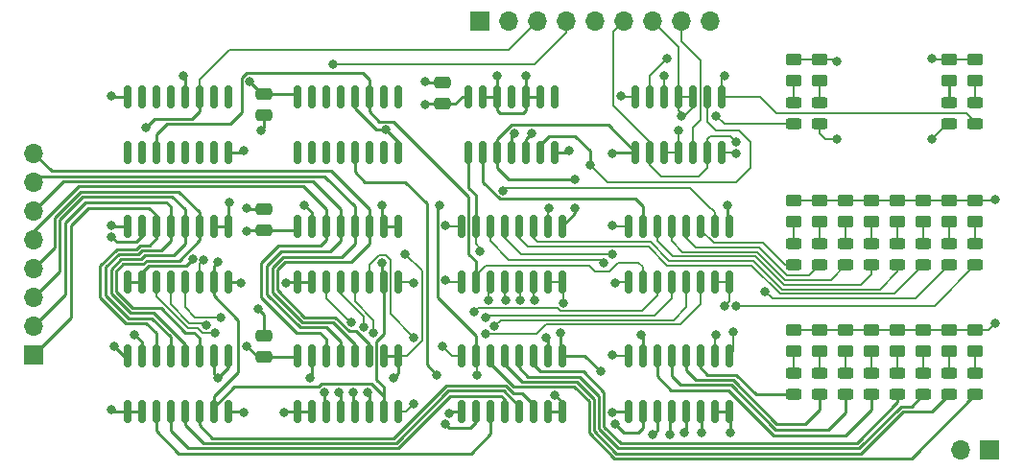
<source format=gbr>
%TF.GenerationSoftware,KiCad,Pcbnew,(6.0.0-0)*%
%TF.CreationDate,2022-03-19T19:46:59-04:00*%
%TF.ProjectId,interrupts,696e7465-7272-4757-9074-732e6b696361,rev?*%
%TF.SameCoordinates,Original*%
%TF.FileFunction,Copper,L1,Top*%
%TF.FilePolarity,Positive*%
%FSLAX46Y46*%
G04 Gerber Fmt 4.6, Leading zero omitted, Abs format (unit mm)*
G04 Created by KiCad (PCBNEW (6.0.0-0)) date 2022-03-19 19:46:59*
%MOMM*%
%LPD*%
G01*
G04 APERTURE LIST*
G04 Aperture macros list*
%AMRoundRect*
0 Rectangle with rounded corners*
0 $1 Rounding radius*
0 $2 $3 $4 $5 $6 $7 $8 $9 X,Y pos of 4 corners*
0 Add a 4 corners polygon primitive as box body*
4,1,4,$2,$3,$4,$5,$6,$7,$8,$9,$2,$3,0*
0 Add four circle primitives for the rounded corners*
1,1,$1+$1,$2,$3*
1,1,$1+$1,$4,$5*
1,1,$1+$1,$6,$7*
1,1,$1+$1,$8,$9*
0 Add four rect primitives between the rounded corners*
20,1,$1+$1,$2,$3,$4,$5,0*
20,1,$1+$1,$4,$5,$6,$7,0*
20,1,$1+$1,$6,$7,$8,$9,0*
20,1,$1+$1,$8,$9,$2,$3,0*%
G04 Aperture macros list end*
%TA.AperFunction,ComponentPad*%
%ADD10R,1.700000X1.700000*%
%TD*%
%TA.AperFunction,ComponentPad*%
%ADD11O,1.700000X1.700000*%
%TD*%
%TA.AperFunction,SMDPad,CuDef*%
%ADD12RoundRect,0.250000X0.450000X-0.262500X0.450000X0.262500X-0.450000X0.262500X-0.450000X-0.262500X0*%
%TD*%
%TA.AperFunction,SMDPad,CuDef*%
%ADD13RoundRect,0.243750X-0.456250X0.243750X-0.456250X-0.243750X0.456250X-0.243750X0.456250X0.243750X0*%
%TD*%
%TA.AperFunction,SMDPad,CuDef*%
%ADD14RoundRect,0.150000X0.150000X-0.825000X0.150000X0.825000X-0.150000X0.825000X-0.150000X-0.825000X0*%
%TD*%
%TA.AperFunction,SMDPad,CuDef*%
%ADD15RoundRect,0.250000X0.475000X-0.250000X0.475000X0.250000X-0.475000X0.250000X-0.475000X-0.250000X0*%
%TD*%
%TA.AperFunction,SMDPad,CuDef*%
%ADD16RoundRect,0.250000X-0.475000X0.250000X-0.475000X-0.250000X0.475000X-0.250000X0.475000X0.250000X0*%
%TD*%
%TA.AperFunction,ViaPad*%
%ADD17C,0.800000*%
%TD*%
%TA.AperFunction,Conductor*%
%ADD18C,0.250000*%
%TD*%
%TA.AperFunction,Conductor*%
%ADD19C,0.200000*%
%TD*%
G04 APERTURE END LIST*
D10*
%TO.P,J3,1,Pin_1*%
%TO.N,unconnected-(J3-Pad1)*%
X183134000Y-125984000D03*
D11*
%TO.P,J3,2,Pin_2*%
%TO.N,unconnected-(J3-Pad2)*%
X180594000Y-125984000D03*
%TD*%
D12*
%TO.P,R3,1*%
%TO.N,Net-(D3-Pad1)*%
X165862000Y-105814500D03*
%TO.P,R3,2*%
%TO.N,GND*%
X165862000Y-103989500D03*
%TD*%
%TO.P,R2,1*%
%TO.N,Net-(D2-Pad1)*%
X179578000Y-93368500D03*
%TO.P,R2,2*%
%TO.N,GND*%
X179578000Y-91543500D03*
%TD*%
D13*
%TO.P,D14,1,K*%
%TO.N,Net-(D14-Pad1)*%
X177292000Y-119204500D03*
%TO.P,D14,2,A*%
%TO.N,/T1_2*%
X177292000Y-121079500D03*
%TD*%
D12*
%TO.P,R17,1*%
%TO.N,Net-(D17-Pad1)*%
X181864000Y-105814500D03*
%TO.P,R17,2*%
%TO.N,GND*%
X181864000Y-103989500D03*
%TD*%
D14*
%TO.P,U3,1,U/~{D}*%
%TO.N,GND*%
X136525000Y-122617000D03*
%TO.P,U3,2,CP*%
%TO.N,~{SCLK131072}*%
X137795000Y-122617000D03*
%TO.P,U3,3,P0*%
%TO.N,/Reload Value Register1/RELOAD0*%
X139065000Y-122617000D03*
%TO.P,U3,4,P1*%
%TO.N,/Reload Value Register1/RELOAD1*%
X140335000Y-122617000D03*
%TO.P,U3,5,P2*%
%TO.N,/Reload Value Register1/RELOAD2*%
X141605000Y-122617000D03*
%TO.P,U3,6,P3*%
%TO.N,/Reload Value Register1/RELOAD3*%
X142875000Y-122617000D03*
%TO.P,U3,7,~{CEP}*%
%TO.N,GND*%
X144145000Y-122617000D03*
%TO.P,U3,8,GND*%
X145415000Y-122617000D03*
%TO.P,U3,9,~{PE}*%
%TO.N,Net-(U1-Pad6)*%
X145415000Y-117667000D03*
%TO.P,U3,10,~{CET}*%
%TO.N,GND*%
X144145000Y-117667000D03*
%TO.P,U3,11,Q3*%
%TO.N,/T1_3*%
X142875000Y-117667000D03*
%TO.P,U3,12,Q2*%
%TO.N,/T1_2*%
X141605000Y-117667000D03*
%TO.P,U3,13,Q1*%
%TO.N,/T1_1*%
X140335000Y-117667000D03*
%TO.P,U3,14,Q0*%
%TO.N,/T1_0*%
X139065000Y-117667000D03*
%TO.P,U3,15,~{TC}*%
%TO.N,Net-(U1-Pad4)*%
X137795000Y-117667000D03*
%TO.P,U3,16,VCC*%
%TO.N,VCC*%
X136525000Y-117667000D03*
%TD*%
D13*
%TO.P,D9,1,K*%
%TO.N,Net-(D9-Pad1)*%
X172720000Y-107774500D03*
%TO.P,D9,2,A*%
%TO.N,/T0_4*%
X172720000Y-109649500D03*
%TD*%
%TO.P,D20,1,K*%
%TO.N,Net-(D20-Pad1)*%
X181864000Y-95328500D03*
%TO.P,D20,2,A*%
%TO.N,~{!TIMER_INT_REQ_1}*%
X181864000Y-97203500D03*
%TD*%
D14*
%TO.P,U1,1*%
%TO.N,Net-(U1-Pad1)*%
X137160000Y-99757000D03*
%TO.P,U1,2*%
%TO.N,Net-(U1-Pad2)*%
X138430000Y-99757000D03*
%TO.P,U1,3*%
%TO.N,Net-(U1-Pad3)*%
X139700000Y-99757000D03*
%TO.P,U1,4*%
%TO.N,Net-(U1-Pad4)*%
X140970000Y-99757000D03*
%TO.P,U1,5*%
%TO.N,Net-(U1-Pad5)*%
X142240000Y-99757000D03*
%TO.P,U1,6*%
%TO.N,Net-(U1-Pad6)*%
X143510000Y-99757000D03*
%TO.P,U1,7,GND*%
%TO.N,GND*%
X144780000Y-99757000D03*
%TO.P,U1,8*%
%TO.N,unconnected-(U1-Pad8)*%
X144780000Y-94807000D03*
%TO.P,U1,9*%
%TO.N,GND*%
X143510000Y-94807000D03*
%TO.P,U1,10*%
X142240000Y-94807000D03*
%TO.P,U1,11*%
%TO.N,unconnected-(U1-Pad11)*%
X140970000Y-94807000D03*
%TO.P,U1,12*%
%TO.N,GND*%
X139700000Y-94807000D03*
%TO.P,U1,13*%
X138430000Y-94807000D03*
%TO.P,U1,14,VCC*%
%TO.N,VCC*%
X137160000Y-94807000D03*
%TD*%
D13*
%TO.P,D18,1,K*%
%TO.N,Net-(D18-Pad1)*%
X181864000Y-119204500D03*
%TO.P,D18,2,A*%
%TO.N,/T1_0*%
X181864000Y-121079500D03*
%TD*%
%TO.P,D1,1,K*%
%TO.N,Net-(D1-Pad1)*%
X165862000Y-95328500D03*
%TO.P,D1,2,A*%
%TO.N,~{TIMER_INT_REQ_1}*%
X165862000Y-97203500D03*
%TD*%
%TO.P,D12,1,K*%
%TO.N,Net-(D12-Pad1)*%
X175006000Y-119204500D03*
%TO.P,D12,2,A*%
%TO.N,/T1_3*%
X175006000Y-121079500D03*
%TD*%
%TO.P,D2,1,K*%
%TO.N,Net-(D2-Pad1)*%
X179578000Y-95328500D03*
%TO.P,D2,2,A*%
%TO.N,~{TIMER_INT_REQ_0}*%
X179578000Y-97203500D03*
%TD*%
D15*
%TO.P,C4,1*%
%TO.N,VCC*%
X134874000Y-95438000D03*
%TO.P,C4,2*%
%TO.N,GND*%
X134874000Y-93538000D03*
%TD*%
D12*
%TO.P,R15,1*%
%TO.N,Net-(D15-Pad1)*%
X179578000Y-105814500D03*
%TO.P,R15,2*%
%TO.N,GND*%
X179578000Y-103989500D03*
%TD*%
D13*
%TO.P,D8,1,K*%
%TO.N,Net-(D8-Pad1)*%
X170434000Y-119204500D03*
%TO.P,D8,2,A*%
%TO.N,/T1_5*%
X170434000Y-121079500D03*
%TD*%
D14*
%TO.P,U5,1,U/~{D}*%
%TO.N,GND*%
X151257000Y-122617000D03*
%TO.P,U5,2,CP*%
%TO.N,~{SCLK131072}*%
X152527000Y-122617000D03*
%TO.P,U5,3,P0*%
%TO.N,/Reload Value Register1/RELOAD4*%
X153797000Y-122617000D03*
%TO.P,U5,4,P1*%
%TO.N,/Reload Value Register1/RELOAD5*%
X155067000Y-122617000D03*
%TO.P,U5,5,P2*%
%TO.N,/Reload Value Register1/RELOAD6*%
X156337000Y-122617000D03*
%TO.P,U5,6,P3*%
%TO.N,/Reload Value Register1/RELOAD7*%
X157607000Y-122617000D03*
%TO.P,U5,7,~{CEP}*%
%TO.N,GND*%
X158877000Y-122617000D03*
%TO.P,U5,8,GND*%
X160147000Y-122617000D03*
%TO.P,U5,9,~{PE}*%
%TO.N,Net-(U1-Pad6)*%
X160147000Y-117667000D03*
%TO.P,U5,10,~{CET}*%
%TO.N,Net-(U1-Pad4)*%
X158877000Y-117667000D03*
%TO.P,U5,11,Q3*%
%TO.N,/T1_7*%
X157607000Y-117667000D03*
%TO.P,U5,12,Q2*%
%TO.N,/T1_6*%
X156337000Y-117667000D03*
%TO.P,U5,13,Q1*%
%TO.N,/T1_5*%
X155067000Y-117667000D03*
%TO.P,U5,14,Q0*%
%TO.N,/T1_4*%
X153797000Y-117667000D03*
%TO.P,U5,15,~{TC}*%
%TO.N,Net-(U1-Pad5)*%
X152527000Y-117667000D03*
%TO.P,U5,16,VCC*%
%TO.N,VCC*%
X151257000Y-117667000D03*
%TD*%
D13*
%TO.P,D16,1,K*%
%TO.N,Net-(D16-Pad1)*%
X179578000Y-119204500D03*
%TO.P,D16,2,A*%
%TO.N,/T1_1*%
X179578000Y-121079500D03*
%TD*%
%TO.P,D17,1,K*%
%TO.N,Net-(D17-Pad1)*%
X181864000Y-107774500D03*
%TO.P,D17,2,A*%
%TO.N,/T0_0*%
X181864000Y-109649500D03*
%TD*%
D12*
%TO.P,R6,1*%
%TO.N,Net-(D6-Pad1)*%
X168148000Y-117244500D03*
%TO.P,R6,2*%
%TO.N,GND*%
X168148000Y-115419500D03*
%TD*%
%TO.P,R1,1*%
%TO.N,Net-(D1-Pad1)*%
X165862000Y-93368500D03*
%TO.P,R1,2*%
%TO.N,GND*%
X165862000Y-91543500D03*
%TD*%
%TO.P,R16,1*%
%TO.N,Net-(D16-Pad1)*%
X179578000Y-117244500D03*
%TO.P,R16,2*%
%TO.N,GND*%
X179578000Y-115419500D03*
%TD*%
D13*
%TO.P,D5,1,K*%
%TO.N,Net-(D5-Pad1)*%
X168148000Y-107774500D03*
%TO.P,D5,2,A*%
%TO.N,/T0_6*%
X168148000Y-109649500D03*
%TD*%
D14*
%TO.P,U2,1,U/~{D}*%
%TO.N,GND*%
X136525000Y-111187000D03*
%TO.P,U2,2,CP*%
%TO.N,~{SCLK8192}*%
X137795000Y-111187000D03*
%TO.P,U2,3,P0*%
%TO.N,/Reload Value Register/RELOAD0*%
X139065000Y-111187000D03*
%TO.P,U2,4,P1*%
%TO.N,/Reload Value Register/RELOAD1*%
X140335000Y-111187000D03*
%TO.P,U2,5,P2*%
%TO.N,/Reload Value Register/RELOAD2*%
X141605000Y-111187000D03*
%TO.P,U2,6,P3*%
%TO.N,/Reload Value Register/RELOAD3*%
X142875000Y-111187000D03*
%TO.P,U2,7,~{CEP}*%
%TO.N,GND*%
X144145000Y-111187000D03*
%TO.P,U2,8,GND*%
X145415000Y-111187000D03*
%TO.P,U2,9,~{PE}*%
%TO.N,Net-(U1-Pad3)*%
X145415000Y-106237000D03*
%TO.P,U2,10,~{CET}*%
%TO.N,GND*%
X144145000Y-106237000D03*
%TO.P,U2,11,Q3*%
%TO.N,/T0_3*%
X142875000Y-106237000D03*
%TO.P,U2,12,Q2*%
%TO.N,/T0_2*%
X141605000Y-106237000D03*
%TO.P,U2,13,Q1*%
%TO.N,/T0_1*%
X140335000Y-106237000D03*
%TO.P,U2,14,Q0*%
%TO.N,/T0_0*%
X139065000Y-106237000D03*
%TO.P,U2,15,~{TC}*%
%TO.N,Net-(U1-Pad1)*%
X137795000Y-106237000D03*
%TO.P,U2,16,VCC*%
%TO.N,VCC*%
X136525000Y-106237000D03*
%TD*%
D12*
%TO.P,R13,1*%
%TO.N,Net-(D13-Pad1)*%
X177292000Y-105814500D03*
%TO.P,R13,2*%
%TO.N,GND*%
X177292000Y-103989500D03*
%TD*%
D14*
%TO.P,U10,1,Oe1*%
%TO.N,GND*%
X107061000Y-122617000D03*
%TO.P,U10,2,Oe2*%
X108331000Y-122617000D03*
%TO.P,U10,3,Q0*%
%TO.N,/Reload Value Register1/RELOAD0*%
X109601000Y-122617000D03*
%TO.P,U10,4,Q1*%
%TO.N,/Reload Value Register1/RELOAD1*%
X110871000Y-122617000D03*
%TO.P,U10,5,Q2*%
%TO.N,/Reload Value Register1/RELOAD2*%
X112141000Y-122617000D03*
%TO.P,U10,6,Q3*%
%TO.N,/Reload Value Register1/RELOAD3*%
X113411000Y-122617000D03*
%TO.P,U10,7,Cp*%
%TO.N,CPU_CLOCK*%
X114681000Y-122617000D03*
%TO.P,U10,8,GND*%
%TO.N,GND*%
X115951000Y-122617000D03*
%TO.P,U10,9,E1*%
%TO.N,~{SET_RELOAD_VALUE1}*%
X115951000Y-117667000D03*
%TO.P,U10,10,E2*%
X114681000Y-117667000D03*
%TO.P,U10,11,D3*%
%TO.N,BUS3*%
X113411000Y-117667000D03*
%TO.P,U10,12,D2*%
%TO.N,BUS2*%
X112141000Y-117667000D03*
%TO.P,U10,13,D1*%
%TO.N,BUS1*%
X110871000Y-117667000D03*
%TO.P,U10,14,D0*%
%TO.N,BUS0*%
X109601000Y-117667000D03*
%TO.P,U10,15,Mr*%
%TO.N,GND*%
X108331000Y-117667000D03*
%TO.P,U10,16,VCC*%
%TO.N,VCC*%
X107061000Y-117667000D03*
%TD*%
D12*
%TO.P,R7,1*%
%TO.N,Net-(D7-Pad1)*%
X170434000Y-105814500D03*
%TO.P,R7,2*%
%TO.N,GND*%
X170434000Y-103989500D03*
%TD*%
D13*
%TO.P,D15,1,K*%
%TO.N,Net-(D15-Pad1)*%
X179578000Y-107774500D03*
%TO.P,D15,2,A*%
%TO.N,/T0_1*%
X179578000Y-109649500D03*
%TD*%
D16*
%TO.P,C2,1*%
%TO.N,VCC*%
X119126000Y-94554000D03*
%TO.P,C2,2*%
%TO.N,GND*%
X119126000Y-96454000D03*
%TD*%
D12*
%TO.P,R5,1*%
%TO.N,Net-(D5-Pad1)*%
X168148000Y-105814500D03*
%TO.P,R5,2*%
%TO.N,GND*%
X168148000Y-103989500D03*
%TD*%
%TO.P,R9,1*%
%TO.N,Net-(D9-Pad1)*%
X172720000Y-105814500D03*
%TO.P,R9,2*%
%TO.N,GND*%
X172720000Y-103989500D03*
%TD*%
D13*
%TO.P,D3,1,K*%
%TO.N,Net-(D3-Pad1)*%
X165862000Y-107774500D03*
%TO.P,D3,2,A*%
%TO.N,/T0_7*%
X165862000Y-109649500D03*
%TD*%
%TO.P,D4,1,K*%
%TO.N,Net-(D4-Pad1)*%
X165862000Y-119204500D03*
%TO.P,D4,2,A*%
%TO.N,/T1_7*%
X165862000Y-121079500D03*
%TD*%
D14*
%TO.P,U8,1,Oe1*%
%TO.N,GND*%
X107061000Y-111187000D03*
%TO.P,U8,2,Oe2*%
X108331000Y-111187000D03*
%TO.P,U8,3,Q0*%
%TO.N,/Reload Value Register/RELOAD0*%
X109601000Y-111187000D03*
%TO.P,U8,4,Q1*%
%TO.N,/Reload Value Register/RELOAD1*%
X110871000Y-111187000D03*
%TO.P,U8,5,Q2*%
%TO.N,/Reload Value Register/RELOAD2*%
X112141000Y-111187000D03*
%TO.P,U8,6,Q3*%
%TO.N,/Reload Value Register/RELOAD3*%
X113411000Y-111187000D03*
%TO.P,U8,7,Cp*%
%TO.N,CPU_CLOCK*%
X114681000Y-111187000D03*
%TO.P,U8,8,GND*%
%TO.N,GND*%
X115951000Y-111187000D03*
%TO.P,U8,9,E1*%
%TO.N,~{SET_RELOAD_VALUE0}*%
X115951000Y-106237000D03*
%TO.P,U8,10,E2*%
X114681000Y-106237000D03*
%TO.P,U8,11,D3*%
%TO.N,BUS3*%
X113411000Y-106237000D03*
%TO.P,U8,12,D2*%
%TO.N,BUS2*%
X112141000Y-106237000D03*
%TO.P,U8,13,D1*%
%TO.N,BUS1*%
X110871000Y-106237000D03*
%TO.P,U8,14,D0*%
%TO.N,BUS0*%
X109601000Y-106237000D03*
%TO.P,U8,15,Mr*%
%TO.N,GND*%
X108331000Y-106237000D03*
%TO.P,U8,16,VCC*%
%TO.N,VCC*%
X107061000Y-106237000D03*
%TD*%
D12*
%TO.P,R8,1*%
%TO.N,Net-(D8-Pad1)*%
X170434000Y-117244500D03*
%TO.P,R8,2*%
%TO.N,GND*%
X170434000Y-115419500D03*
%TD*%
%TO.P,R10,1*%
%TO.N,Net-(D10-Pad1)*%
X172720000Y-117244500D03*
%TO.P,R10,2*%
%TO.N,GND*%
X172720000Y-115419500D03*
%TD*%
%TO.P,R20,1*%
%TO.N,Net-(D20-Pad1)*%
X181864000Y-93368500D03*
%TO.P,R20,2*%
%TO.N,GND*%
X181864000Y-91543500D03*
%TD*%
%TO.P,R4,1*%
%TO.N,Net-(D4-Pad1)*%
X165862000Y-117244500D03*
%TO.P,R4,2*%
%TO.N,GND*%
X165862000Y-115419500D03*
%TD*%
D14*
%TO.P,U12,1,Q12*%
%TO.N,unconnected-(U12-Pad1)*%
X122047000Y-99757000D03*
%TO.P,U12,2,Q13*%
%TO.N,unconnected-(U12-Pad2)*%
X123317000Y-99757000D03*
%TO.P,U12,3,Q14*%
%TO.N,unconnected-(U12-Pad3)*%
X124587000Y-99757000D03*
%TO.P,U12,4,Q6*%
%TO.N,unconnected-(U12-Pad4)*%
X125857000Y-99757000D03*
%TO.P,U12,5,Q5*%
%TO.N,~{SCLK131072}*%
X127127000Y-99757000D03*
%TO.P,U12,6,Q7*%
%TO.N,unconnected-(U12-Pad6)*%
X128397000Y-99757000D03*
%TO.P,U12,7,Q4*%
%TO.N,unconnected-(U12-Pad7)*%
X129667000Y-99757000D03*
%TO.P,U12,8,GND*%
%TO.N,GND*%
X130937000Y-99757000D03*
%TO.P,U12,9,O*%
%TO.N,unconnected-(U12-Pad9)*%
X130937000Y-94807000D03*
%TO.P,U12,10,~{O}*%
%TO.N,unconnected-(U12-Pad10)*%
X129667000Y-94807000D03*
%TO.P,U12,11,I*%
%TO.N,~{SCLK8192}*%
X128397000Y-94807000D03*
%TO.P,U12,12,RESET*%
%TO.N,GND*%
X127127000Y-94807000D03*
%TO.P,U12,13,Q9*%
%TO.N,unconnected-(U12-Pad13)*%
X125857000Y-94807000D03*
%TO.P,U12,14,Q8*%
%TO.N,unconnected-(U12-Pad14)*%
X124587000Y-94807000D03*
%TO.P,U12,15,Q10*%
%TO.N,unconnected-(U12-Pad15)*%
X123317000Y-94807000D03*
%TO.P,U12,16,VCC*%
%TO.N,VCC*%
X122047000Y-94807000D03*
%TD*%
%TO.P,U6,1*%
%TO.N,Net-(U1-Pad3)*%
X151892000Y-99757000D03*
%TO.P,U6,2*%
%TO.N,~{TIMER_INT_REQ_0}*%
X153162000Y-99757000D03*
%TO.P,U6,3*%
%TO.N,~{!TIMER_INT_REQ_0}*%
X154432000Y-99757000D03*
%TO.P,U6,4*%
X155702000Y-99757000D03*
%TO.P,U6,5*%
%TO.N,~{CLR_TIMER_INT_REQ_0}*%
X156972000Y-99757000D03*
%TO.P,U6,6*%
%TO.N,~{TIMER_INT_REQ_0}*%
X158242000Y-99757000D03*
%TO.P,U6,7,GND*%
%TO.N,GND*%
X159512000Y-99757000D03*
%TO.P,U6,8*%
%TO.N,~{!TIMER_INT_REQ_1}*%
X159512000Y-94807000D03*
%TO.P,U6,9*%
%TO.N,Net-(U1-Pad6)*%
X158242000Y-94807000D03*
%TO.P,U6,10*%
%TO.N,~{TIMER_INT_REQ_1}*%
X156972000Y-94807000D03*
%TO.P,U6,11*%
X155702000Y-94807000D03*
%TO.P,U6,12*%
%TO.N,~{!TIMER_INT_REQ_1}*%
X154432000Y-94807000D03*
%TO.P,U6,13*%
%TO.N,~{CLR_TIMER_INT_REQ_1}*%
X153162000Y-94807000D03*
%TO.P,U6,14,VCC*%
%TO.N,VCC*%
X151892000Y-94807000D03*
%TD*%
D15*
%TO.P,C3,1*%
%TO.N,VCC*%
X119126000Y-117790000D03*
%TO.P,C3,2*%
%TO.N,GND*%
X119126000Y-115890000D03*
%TD*%
D13*
%TO.P,D19,1,K*%
%TO.N,Net-(D19-Pad1)*%
X168148000Y-95328500D03*
%TO.P,D19,2,A*%
%TO.N,~{!TIMER_INT_REQ_0}*%
X168148000Y-97203500D03*
%TD*%
%TO.P,D11,1,K*%
%TO.N,Net-(D11-Pad1)*%
X175006000Y-107774500D03*
%TO.P,D11,2,A*%
%TO.N,/T0_3*%
X175006000Y-109649500D03*
%TD*%
D12*
%TO.P,R19,1*%
%TO.N,Net-(D19-Pad1)*%
X168111000Y-93368500D03*
%TO.P,R19,2*%
%TO.N,GND*%
X168111000Y-91543500D03*
%TD*%
D13*
%TO.P,D7,1,K*%
%TO.N,Net-(D7-Pad1)*%
X170434000Y-107774500D03*
%TO.P,D7,2,A*%
%TO.N,/T0_5*%
X170434000Y-109649500D03*
%TD*%
D14*
%TO.P,U7,1,Q12*%
%TO.N,unconnected-(U7-Pad1)*%
X107061000Y-99757000D03*
%TO.P,U7,2,Q13*%
%TO.N,unconnected-(U7-Pad2)*%
X108331000Y-99757000D03*
%TO.P,U7,3,Q14*%
%TO.N,~{SCLK8192}*%
X109601000Y-99757000D03*
%TO.P,U7,4,Q6*%
%TO.N,unconnected-(U7-Pad4)*%
X110871000Y-99757000D03*
%TO.P,U7,5,Q5*%
%TO.N,unconnected-(U7-Pad5)*%
X112141000Y-99757000D03*
%TO.P,U7,6,Q7*%
%TO.N,unconnected-(U7-Pad6)*%
X113411000Y-99757000D03*
%TO.P,U7,7,Q4*%
%TO.N,unconnected-(U7-Pad7)*%
X114681000Y-99757000D03*
%TO.P,U7,8,GND*%
%TO.N,GND*%
X115951000Y-99757000D03*
%TO.P,U7,9,O*%
%TO.N,unconnected-(U7-Pad9)*%
X115951000Y-94807000D03*
%TO.P,U7,10,~{O}*%
%TO.N,unconnected-(U7-Pad10)*%
X114681000Y-94807000D03*
%TO.P,U7,11,I*%
%TO.N,CPU_CLOCK*%
X113411000Y-94807000D03*
%TO.P,U7,12,RESET*%
%TO.N,GND*%
X112141000Y-94807000D03*
%TO.P,U7,13,Q9*%
%TO.N,unconnected-(U7-Pad13)*%
X110871000Y-94807000D03*
%TO.P,U7,14,Q8*%
%TO.N,unconnected-(U7-Pad14)*%
X109601000Y-94807000D03*
%TO.P,U7,15,Q10*%
%TO.N,unconnected-(U7-Pad15)*%
X108331000Y-94807000D03*
%TO.P,U7,16,VCC*%
%TO.N,VCC*%
X107061000Y-94807000D03*
%TD*%
D13*
%TO.P,D10,1,K*%
%TO.N,Net-(D10-Pad1)*%
X172720000Y-119204500D03*
%TO.P,D10,2,A*%
%TO.N,/T1_4*%
X172720000Y-121079500D03*
%TD*%
D14*
%TO.P,U4,1,U/~{D}*%
%TO.N,GND*%
X151257000Y-111187000D03*
%TO.P,U4,2,CP*%
%TO.N,~{SCLK8192}*%
X152527000Y-111187000D03*
%TO.P,U4,3,P0*%
%TO.N,/Reload Value Register/RELOAD4*%
X153797000Y-111187000D03*
%TO.P,U4,4,P1*%
%TO.N,/Reload Value Register/RELOAD5*%
X155067000Y-111187000D03*
%TO.P,U4,5,P2*%
%TO.N,/Reload Value Register/RELOAD6*%
X156337000Y-111187000D03*
%TO.P,U4,6,P3*%
%TO.N,/Reload Value Register/RELOAD7*%
X157607000Y-111187000D03*
%TO.P,U4,7,~{CEP}*%
%TO.N,GND*%
X158877000Y-111187000D03*
%TO.P,U4,8,GND*%
X160147000Y-111187000D03*
%TO.P,U4,9,~{PE}*%
%TO.N,Net-(U1-Pad3)*%
X160147000Y-106237000D03*
%TO.P,U4,10,~{CET}*%
%TO.N,Net-(U1-Pad1)*%
X158877000Y-106237000D03*
%TO.P,U4,11,Q3*%
%TO.N,/T0_7*%
X157607000Y-106237000D03*
%TO.P,U4,12,Q2*%
%TO.N,/T0_6*%
X156337000Y-106237000D03*
%TO.P,U4,13,Q1*%
%TO.N,/T0_5*%
X155067000Y-106237000D03*
%TO.P,U4,14,Q0*%
%TO.N,/T0_4*%
X153797000Y-106237000D03*
%TO.P,U4,15,~{TC}*%
%TO.N,Net-(U1-Pad2)*%
X152527000Y-106237000D03*
%TO.P,U4,16,VCC*%
%TO.N,VCC*%
X151257000Y-106237000D03*
%TD*%
%TO.P,U11,1,Oe1*%
%TO.N,GND*%
X122047000Y-122617000D03*
%TO.P,U11,2,Oe2*%
X123317000Y-122617000D03*
%TO.P,U11,3,Q0*%
%TO.N,/Reload Value Register1/RELOAD4*%
X124587000Y-122617000D03*
%TO.P,U11,4,Q1*%
%TO.N,/Reload Value Register1/RELOAD5*%
X125857000Y-122617000D03*
%TO.P,U11,5,Q2*%
%TO.N,/Reload Value Register1/RELOAD6*%
X127127000Y-122617000D03*
%TO.P,U11,6,Q3*%
%TO.N,/Reload Value Register1/RELOAD7*%
X128397000Y-122617000D03*
%TO.P,U11,7,Cp*%
%TO.N,CPU_CLOCK*%
X129667000Y-122617000D03*
%TO.P,U11,8,GND*%
%TO.N,GND*%
X130937000Y-122617000D03*
%TO.P,U11,9,E1*%
%TO.N,~{SET_RELOAD_VALUE1}*%
X130937000Y-117667000D03*
%TO.P,U11,10,E2*%
X129667000Y-117667000D03*
%TO.P,U11,11,D3*%
%TO.N,BUS7*%
X128397000Y-117667000D03*
%TO.P,U11,12,D2*%
%TO.N,BUS6*%
X127127000Y-117667000D03*
%TO.P,U11,13,D1*%
%TO.N,BUS5*%
X125857000Y-117667000D03*
%TO.P,U11,14,D0*%
%TO.N,BUS4*%
X124587000Y-117667000D03*
%TO.P,U11,15,Mr*%
%TO.N,GND*%
X123317000Y-117667000D03*
%TO.P,U11,16,VCC*%
%TO.N,VCC*%
X122047000Y-117667000D03*
%TD*%
D13*
%TO.P,D6,1,K*%
%TO.N,Net-(D6-Pad1)*%
X168148000Y-119204500D03*
%TO.P,D6,2,A*%
%TO.N,/T1_6*%
X168148000Y-121079500D03*
%TD*%
D14*
%TO.P,U9,1,Oe1*%
%TO.N,GND*%
X122047000Y-111187000D03*
%TO.P,U9,2,Oe2*%
X123317000Y-111187000D03*
%TO.P,U9,3,Q0*%
%TO.N,/Reload Value Register/RELOAD4*%
X124587000Y-111187000D03*
%TO.P,U9,4,Q1*%
%TO.N,/Reload Value Register/RELOAD5*%
X125857000Y-111187000D03*
%TO.P,U9,5,Q2*%
%TO.N,/Reload Value Register/RELOAD6*%
X127127000Y-111187000D03*
%TO.P,U9,6,Q3*%
%TO.N,/Reload Value Register/RELOAD7*%
X128397000Y-111187000D03*
%TO.P,U9,7,Cp*%
%TO.N,CPU_CLOCK*%
X129667000Y-111187000D03*
%TO.P,U9,8,GND*%
%TO.N,GND*%
X130937000Y-111187000D03*
%TO.P,U9,9,E1*%
%TO.N,~{SET_RELOAD_VALUE0}*%
X130937000Y-106237000D03*
%TO.P,U9,10,E2*%
X129667000Y-106237000D03*
%TO.P,U9,11,D3*%
%TO.N,BUS7*%
X128397000Y-106237000D03*
%TO.P,U9,12,D2*%
%TO.N,BUS6*%
X127127000Y-106237000D03*
%TO.P,U9,13,D1*%
%TO.N,BUS5*%
X125857000Y-106237000D03*
%TO.P,U9,14,D0*%
%TO.N,BUS4*%
X124587000Y-106237000D03*
%TO.P,U9,15,Mr*%
%TO.N,GND*%
X123317000Y-106237000D03*
%TO.P,U9,16,VCC*%
%TO.N,VCC*%
X122047000Y-106237000D03*
%TD*%
D15*
%TO.P,C1,1*%
%TO.N,VCC*%
X119126000Y-106614000D03*
%TO.P,C1,2*%
%TO.N,GND*%
X119126000Y-104714000D03*
%TD*%
D12*
%TO.P,R12,1*%
%TO.N,Net-(D12-Pad1)*%
X175006000Y-117244500D03*
%TO.P,R12,2*%
%TO.N,GND*%
X175006000Y-115419500D03*
%TD*%
%TO.P,R14,1*%
%TO.N,Net-(D14-Pad1)*%
X177292000Y-117244500D03*
%TO.P,R14,2*%
%TO.N,GND*%
X177292000Y-115419500D03*
%TD*%
%TO.P,R11,1*%
%TO.N,Net-(D11-Pad1)*%
X175006000Y-105814500D03*
%TO.P,R11,2*%
%TO.N,GND*%
X175006000Y-103989500D03*
%TD*%
%TO.P,R18,1*%
%TO.N,Net-(D18-Pad1)*%
X181864000Y-117244500D03*
%TO.P,R18,2*%
%TO.N,GND*%
X181864000Y-115419500D03*
%TD*%
D13*
%TO.P,D13,1,K*%
%TO.N,Net-(D13-Pad1)*%
X177292000Y-107774500D03*
%TO.P,D13,2,A*%
%TO.N,/T0_2*%
X177292000Y-109649500D03*
%TD*%
D10*
%TO.P,J1,1,Pin_1*%
%TO.N,BUS0*%
X98806000Y-117602000D03*
D11*
%TO.P,J1,2,Pin_2*%
%TO.N,BUS1*%
X98806000Y-115062000D03*
%TO.P,J1,3,Pin_3*%
%TO.N,BUS2*%
X98806000Y-112522000D03*
%TO.P,J1,4,Pin_4*%
%TO.N,BUS3*%
X98806000Y-109982000D03*
%TO.P,J1,5,Pin_5*%
%TO.N,BUS4*%
X98806000Y-107442000D03*
%TO.P,J1,6,Pin_6*%
%TO.N,BUS5*%
X98806000Y-104902000D03*
%TO.P,J1,7,Pin_7*%
%TO.N,BUS6*%
X98806000Y-102362000D03*
%TO.P,J1,8,Pin_8*%
%TO.N,BUS7*%
X98806000Y-99822000D03*
%TD*%
D10*
%TO.P,J2,1,Pin_1*%
%TO.N,VCC*%
X138176000Y-88138000D03*
D11*
%TO.P,J2,2,Pin_2*%
%TO.N,GND*%
X140716000Y-88138000D03*
%TO.P,J2,3,Pin_3*%
%TO.N,CPU_CLOCK*%
X143256000Y-88138000D03*
%TO.P,J2,4,Pin_4*%
%TO.N,~{SET_RELOAD_VALUE0}*%
X145796000Y-88138000D03*
%TO.P,J2,5,Pin_5*%
%TO.N,~{SET_RELOAD_VALUE1}*%
X148336000Y-88138000D03*
%TO.P,J2,6,Pin_6*%
%TO.N,~{TIMER_INT_REQ_0}*%
X150876000Y-88138000D03*
%TO.P,J2,7,Pin_7*%
%TO.N,~{TIMER_INT_REQ_1}*%
X153416000Y-88138000D03*
%TO.P,J2,8,Pin_8*%
%TO.N,~{CLR_TIMER_INT_REQ_0}*%
X155956000Y-88138000D03*
%TO.P,J2,9,Pin_9*%
%TO.N,~{CLR_TIMER_INT_REQ_1}*%
X158496000Y-88138000D03*
%TD*%
D17*
%TO.N,Net-(U1-Pad1)*%
X138176000Y-108458000D03*
X140208000Y-103124000D03*
%TO.N,GND*%
X132334000Y-121920000D03*
%TO.N,/Reload Value Register/RELOAD3*%
X113792000Y-109220000D03*
X143002000Y-112776000D03*
%TO.N,/Reload Value Register/RELOAD2*%
X115316000Y-114300000D03*
X141732000Y-112776000D03*
%TO.N,/Reload Value Register/RELOAD1*%
X114046000Y-114999500D03*
X140462000Y-112776000D03*
%TO.N,/Reload Value Register/RELOAD0*%
X138938000Y-112776000D03*
X114790929Y-115699000D03*
%TO.N,/Reload Value Register/RELOAD4*%
X126814151Y-114739849D03*
X137668000Y-113792000D03*
%TO.N,/Reload Value Register/RELOAD5*%
X127886361Y-115177763D03*
X138684000Y-114300000D03*
%TO.N,/Reload Value Register/RELOAD6*%
X139446000Y-115062000D03*
X128778000Y-115653011D03*
%TO.N,/Reload Value Register/RELOAD7*%
X132334000Y-116052522D03*
X138684000Y-115761500D03*
%TO.N,Net-(U1-Pad4)*%
X159004000Y-115824000D03*
X137922000Y-119380000D03*
%TO.N,Net-(U1-Pad6)*%
X148785174Y-119063500D03*
X160528000Y-115570000D03*
%TO.N,GND*%
X132334000Y-111252000D03*
X135128000Y-110998000D03*
X144272000Y-104648000D03*
X150114000Y-111252000D03*
X159766000Y-113284000D03*
X145542000Y-113030000D03*
%TO.N,VCC*%
X135128000Y-106172000D03*
X149860000Y-106172000D03*
X149860000Y-117602000D03*
X134874000Y-116840000D03*
X117602000Y-106680000D03*
%TO.N,~{SET_RELOAD_VALUE1}*%
X131572000Y-108712000D03*
%TO.N,~{SET_RELOAD_VALUE0}*%
X125222000Y-91948000D03*
%TO.N,~{TIMER_INT_REQ_0}*%
X160782000Y-98806000D03*
X178054000Y-98552000D03*
%TO.N,Net-(U1-Pad3)*%
X149860000Y-99822000D03*
X160020000Y-104394000D03*
%TO.N,VCC*%
X150622000Y-94742000D03*
%TO.N,~{TIMER_INT_REQ_1}*%
X159004000Y-96520000D03*
X155956000Y-96520000D03*
%TO.N,~{!TIMER_INT_REQ_0}*%
X169672000Y-98552000D03*
X155702000Y-97790000D03*
%TO.N,GND*%
X160782000Y-99822000D03*
%TO.N,~{!TIMER_INT_REQ_1}*%
X159766000Y-92964000D03*
X154432000Y-92964000D03*
%TO.N,~{CLR_TIMER_INT_REQ_1}*%
X154686000Y-91440000D03*
%TO.N,/T0_0*%
X160782000Y-113284000D03*
X149097998Y-109474000D03*
%TO.N,/T0_1*%
X149860000Y-108747948D03*
X163322000Y-112014000D03*
%TO.N,GND*%
X183642000Y-114808000D03*
X183642000Y-103886000D03*
X178054000Y-91440000D03*
X169672000Y-91694000D03*
%TO.N,Net-(U1-Pad3)*%
X146558000Y-102108000D03*
X146558000Y-104648000D03*
%TO.N,Net-(U1-Pad6)*%
X147865500Y-100838000D03*
X145288000Y-115627534D03*
%TO.N,Net-(U1-Pad5)*%
X152400000Y-115824000D03*
X142748000Y-98044000D03*
%TO.N,Net-(U1-Pad4)*%
X141224000Y-98044000D03*
X134620000Y-104394000D03*
%TO.N,~{SCLK131072}*%
X134366000Y-119380000D03*
%TO.N,~{SET_RELOAD_VALUE0}*%
X116078000Y-104140000D03*
X129540000Y-104394000D03*
%TO.N,/Reload Value Register1/RELOAD7*%
X157734000Y-124460000D03*
X128270000Y-120904000D03*
%TO.N,/Reload Value Register1/RELOAD6*%
X156210000Y-124460000D03*
X127000000Y-120904000D03*
%TO.N,/Reload Value Register1/RELOAD5*%
X125730000Y-120904000D03*
X154940000Y-124672967D03*
%TO.N,/Reload Value Register1/RELOAD4*%
X153416000Y-124672967D03*
X124460000Y-120904000D03*
%TO.N,~{SCLK131072}*%
X135123701Y-123735500D03*
X150109701Y-123693701D03*
%TO.N,GND*%
X160274000Y-124460000D03*
X144018000Y-116078000D03*
X149860000Y-122682000D03*
X144780000Y-121158000D03*
X135430978Y-122784402D03*
%TO.N,~{SET_RELOAD_VALUE1}*%
X130556000Y-119634000D03*
X115062000Y-119634000D03*
%TO.N,GND*%
X123190000Y-119634000D03*
X120904000Y-122682000D03*
X117348000Y-122682000D03*
X105664000Y-122428000D03*
X107696000Y-115824000D03*
%TO.N,VCC*%
X105918000Y-116840000D03*
X117602000Y-116840000D03*
%TO.N,GND*%
X118618000Y-113538000D03*
X121003522Y-111252000D03*
X117602000Y-104648000D03*
X122682000Y-104394000D03*
X117094000Y-111252000D03*
X112796615Y-109129375D03*
X105664000Y-107188000D03*
%TO.N,VCC*%
X105664000Y-106172000D03*
%TO.N,CPU_CLOCK*%
X129540000Y-109474000D03*
X114994211Y-109411930D03*
X108712000Y-97536000D03*
%TO.N,GND*%
X146050000Y-99568000D03*
X139700000Y-92964000D03*
X142240000Y-92964000D03*
%TO.N,VCC*%
X133350000Y-95504000D03*
%TO.N,GND*%
X133350000Y-93472000D03*
X129874333Y-97752500D03*
X118872000Y-97790000D03*
%TO.N,VCC*%
X117856000Y-93472000D03*
%TO.N,GND*%
X117348000Y-99568000D03*
X112014000Y-92964000D03*
%TO.N,VCC*%
X105664000Y-94742000D03*
%TD*%
D18*
%TO.N,GND*%
X160147000Y-122617000D02*
X160274000Y-122744000D01*
X160274000Y-122744000D02*
X160274000Y-124460000D01*
D19*
%TO.N,Net-(U1-Pad6)*%
X160528000Y-117286000D02*
X160528000Y-115570000D01*
X160147000Y-117667000D02*
X160528000Y-117286000D01*
%TO.N,/T0_1*%
X179578000Y-109649500D02*
X176597011Y-112630489D01*
X176597011Y-112630489D02*
X163938489Y-112630489D01*
X163938489Y-112630489D02*
X163322000Y-112014000D01*
%TO.N,/T0_0*%
X178229500Y-113284000D02*
X160782000Y-113284000D01*
X181864000Y-109649500D02*
X178229500Y-113284000D01*
%TO.N,GND*%
X160147000Y-112903000D02*
X159766000Y-113284000D01*
X160147000Y-111187000D02*
X160147000Y-112903000D01*
D18*
%TO.N,/T1_2*%
X146966478Y-119534478D02*
X148648490Y-121216490D01*
X176207521Y-122163979D02*
X177292000Y-121079500D01*
%TO.N,/T1_1*%
X146653989Y-119983989D02*
X141827989Y-119983989D01*
%TO.N,/T1_0*%
X149984888Y-126746000D02*
X176197500Y-126746000D01*
%TO.N,/T1_1*%
X140335000Y-118491000D02*
X140335000Y-117667000D01*
%TO.N,/T1_3*%
X149098000Y-123952000D02*
X149098000Y-120904000D01*
X171399421Y-125397467D02*
X150543467Y-125397467D01*
%TO.N,/T1_1*%
X141827989Y-119983989D02*
X140335000Y-118491000D01*
%TO.N,/T1_2*%
X148648490Y-124138194D02*
X150357273Y-125846977D01*
X171585614Y-125846978D02*
X175268613Y-122163979D01*
X150357273Y-125846977D02*
X171585614Y-125846978D01*
X141605000Y-118745000D02*
X142394478Y-119534478D01*
%TO.N,/T1_3*%
X147278968Y-119084968D02*
X143468968Y-119084968D01*
%TO.N,/T1_2*%
X148648490Y-121216490D02*
X148648490Y-124138194D01*
%TO.N,/T1_3*%
X149098000Y-120904000D02*
X147278968Y-119084968D01*
X143468968Y-119084968D02*
X142875000Y-118491000D01*
%TO.N,/T1_2*%
X141605000Y-117667000D02*
X141605000Y-118745000D01*
%TO.N,/T1_3*%
X150543467Y-125397467D02*
X149098000Y-123952000D01*
%TO.N,/T1_1*%
X148198979Y-121528979D02*
X146653989Y-119983989D01*
X150171080Y-126296488D02*
X148198979Y-124324387D01*
%TO.N,/T1_3*%
X142875000Y-118491000D02*
X142875000Y-117667000D01*
%TO.N,/T1_1*%
X171771807Y-126296489D02*
X150171080Y-126296488D01*
%TO.N,/T1_3*%
X175006000Y-121079500D02*
X175006000Y-121790888D01*
%TO.N,/T1_0*%
X146467795Y-120433499D02*
X147749469Y-121715173D01*
%TO.N,GND*%
X145415000Y-122617000D02*
X145415000Y-121793000D01*
%TO.N,/T1_1*%
X175454806Y-122613490D02*
X171771807Y-126296489D01*
X178044010Y-122613490D02*
X175454806Y-122613490D01*
X179578000Y-121079500D02*
X178044010Y-122613490D01*
%TO.N,/T1_2*%
X175268613Y-122163979D02*
X176207521Y-122163979D01*
%TO.N,/T1_0*%
X147749469Y-124510581D02*
X149984888Y-126746000D01*
X147749469Y-121715173D02*
X147749469Y-124510581D01*
%TO.N,/T1_2*%
X142394478Y-119534478D02*
X146966478Y-119534478D01*
%TO.N,/T1_0*%
X176197500Y-126746000D02*
X181864000Y-121079500D01*
%TO.N,/T1_1*%
X148198979Y-124324387D02*
X148198979Y-121528979D01*
%TO.N,/T1_0*%
X141133795Y-120433499D02*
X146467795Y-120433499D01*
%TO.N,GND*%
X145415000Y-121793000D02*
X144780000Y-121158000D01*
%TO.N,/T1_3*%
X175006000Y-121790888D02*
X171399421Y-125397467D01*
%TO.N,/T1_0*%
X139065000Y-118364704D02*
X141133795Y-120433499D01*
X139065000Y-117667000D02*
X139065000Y-118364704D01*
%TO.N,Net-(U1-Pad3)*%
X146558000Y-105094000D02*
X146558000Y-104648000D01*
X145415000Y-106237000D02*
X146558000Y-105094000D01*
D19*
%TO.N,/Reload Value Register/RELOAD4*%
X144998256Y-113475501D02*
X137984499Y-113475501D01*
X137984499Y-113475501D02*
X137668000Y-113792000D01*
X153797000Y-111187000D02*
X153797000Y-112395000D01*
X153797000Y-112395000D02*
X152462499Y-113729501D01*
%TO.N,/Reload Value Register/RELOAD6*%
X139979479Y-114528521D02*
X155219479Y-114528521D01*
%TO.N,/Reload Value Register/RELOAD7*%
X157607000Y-113157000D02*
X155835966Y-114928034D01*
%TO.N,GND*%
X145542000Y-111314000D02*
X145542000Y-113030000D01*
%TO.N,/Reload Value Register/RELOAD5*%
X155067000Y-112649000D02*
X155067000Y-111187000D01*
%TO.N,/Reload Value Register/RELOAD6*%
X156337000Y-113411000D02*
X156337000Y-111187000D01*
X155219479Y-114528521D02*
X156337000Y-113411000D01*
%TO.N,/Reload Value Register/RELOAD7*%
X155835966Y-114928034D02*
X143954959Y-114928034D01*
%TO.N,/Reload Value Register/RELOAD5*%
X138854989Y-114129011D02*
X153586989Y-114129011D01*
%TO.N,/Reload Value Register/RELOAD4*%
X145252256Y-113729501D02*
X144998256Y-113475501D01*
%TO.N,/Reload Value Register/RELOAD5*%
X153586989Y-114129011D02*
X155067000Y-112649000D01*
%TO.N,/Reload Value Register/RELOAD4*%
X152462499Y-113729501D02*
X145252256Y-113729501D01*
D18*
%TO.N,Net-(U1-Pad6)*%
X145288000Y-117540000D02*
X145288000Y-115627534D01*
D19*
%TO.N,/Reload Value Register/RELOAD6*%
X139446000Y-115062000D02*
X139979479Y-114528521D01*
%TO.N,/Reload Value Register/RELOAD7*%
X157607000Y-111187000D02*
X157607000Y-113157000D01*
X143121493Y-115761500D02*
X138684000Y-115761500D01*
%TO.N,GND*%
X145415000Y-111187000D02*
X145542000Y-111314000D01*
%TO.N,/Reload Value Register/RELOAD5*%
X138684000Y-114300000D02*
X138854989Y-114129011D01*
%TO.N,/Reload Value Register/RELOAD7*%
X143954959Y-114928034D02*
X143121493Y-115761500D01*
D18*
%TO.N,Net-(U1-Pad6)*%
X145415000Y-117667000D02*
X145288000Y-117540000D01*
D19*
%TO.N,/Reload Value Register/RELOAD4*%
X124587000Y-111187000D02*
X124587000Y-112649000D01*
D18*
%TO.N,BUS6*%
X119829513Y-109914191D02*
X120777704Y-108966000D01*
%TO.N,BUS7*%
X125349704Y-114300000D02*
X126582205Y-115532501D01*
X120963897Y-109415511D02*
X120279024Y-110100384D01*
X128397000Y-116713000D02*
X128397000Y-117667000D01*
X127216501Y-115532501D02*
X128397000Y-116713000D01*
%TO.N,BUS6*%
X125984000Y-108966000D02*
X127127000Y-107823000D01*
%TO.N,BUS7*%
X128397000Y-107823000D02*
X126804489Y-109415511D01*
%TO.N,BUS6*%
X127127000Y-116713000D02*
X125163510Y-114749510D01*
X120777704Y-108966000D02*
X125984000Y-108966000D01*
%TO.N,BUS7*%
X126804489Y-109415511D02*
X120963897Y-109415511D01*
X120279024Y-110100384D02*
X120279021Y-111895613D01*
D19*
%TO.N,/Reload Value Register/RELOAD4*%
X124587000Y-112649000D02*
X126677849Y-114739849D01*
D18*
%TO.N,BUS7*%
X128397000Y-106237000D02*
X128397000Y-107823000D01*
%TO.N,BUS6*%
X122497214Y-114749510D02*
X119829510Y-112081806D01*
%TO.N,BUS7*%
X120279021Y-111895613D02*
X122683407Y-114299999D01*
X122683407Y-114299999D02*
X125349704Y-114300000D01*
%TO.N,BUS6*%
X125163510Y-114749510D02*
X122497214Y-114749510D01*
X119829510Y-112081806D02*
X119829513Y-109914191D01*
%TO.N,BUS7*%
X126582205Y-115532501D02*
X127216501Y-115532501D01*
D19*
%TO.N,/Reload Value Register/RELOAD4*%
X126677849Y-114739849D02*
X126814151Y-114739849D01*
D18*
%TO.N,BUS6*%
X127127000Y-117667000D02*
X127127000Y-116713000D01*
X127127000Y-107823000D02*
X127127000Y-106237000D01*
D19*
%TO.N,/Reload Value Register/RELOAD5*%
X125857000Y-111187000D02*
X125857000Y-112178370D01*
X127886361Y-114207731D02*
X127886361Y-115177763D01*
X125857000Y-112178370D02*
X127886361Y-114207731D01*
%TO.N,~{SET_RELOAD_VALUE1}*%
X133033511Y-110173511D02*
X131572000Y-108712000D01*
X130937000Y-117667000D02*
X131708767Y-117667000D01*
%TO.N,/Reload Value Register/RELOAD7*%
X128397000Y-109627741D02*
X129250252Y-108774489D01*
D18*
%TO.N,CPU_CLOCK*%
X129667000Y-111187000D02*
X129667000Y-115788611D01*
D19*
%TO.N,/Reload Value Register/RELOAD7*%
X129829748Y-108774489D02*
X130266520Y-109211261D01*
X128397000Y-111187000D02*
X128397000Y-109627741D01*
%TO.N,/Reload Value Register/RELOAD6*%
X127127000Y-111187000D02*
X127127000Y-112883376D01*
%TO.N,~{SET_RELOAD_VALUE1}*%
X133033511Y-116342256D02*
X133033511Y-110173511D01*
X131708767Y-117667000D02*
X133033511Y-116342256D01*
D18*
%TO.N,CPU_CLOCK*%
X129032000Y-116423611D02*
X129032000Y-117856000D01*
D19*
%TO.N,/Reload Value Register/RELOAD7*%
X129250252Y-108774489D02*
X129829748Y-108774489D01*
X130266520Y-113985042D02*
X132334000Y-116052522D01*
%TO.N,/Reload Value Register/RELOAD6*%
X128778000Y-114534376D02*
X128778000Y-115653011D01*
X127127000Y-112883376D02*
X128778000Y-114534376D01*
D18*
%TO.N,CPU_CLOCK*%
X129667000Y-115788611D02*
X129032000Y-116423611D01*
D19*
%TO.N,/Reload Value Register/RELOAD7*%
X130266520Y-109211261D02*
X130266520Y-113985042D01*
D18*
%TO.N,BUS5*%
X125857000Y-107569000D02*
X124968000Y-108458000D01*
X124587013Y-115199021D02*
X125857000Y-116469008D01*
X119380000Y-109728000D02*
X119380000Y-112269408D01*
X124968000Y-108458000D02*
X120650000Y-108458000D01*
X120650000Y-108458000D02*
X119380000Y-109728000D01*
X125857000Y-106237000D02*
X125857000Y-107569000D01*
X125857000Y-116469008D02*
X125857000Y-117667000D01*
X119380000Y-112269408D02*
X122309613Y-115199021D01*
X122309613Y-115199021D02*
X124587013Y-115199021D01*
%TO.N,BUS4*%
X124587000Y-117667000D02*
X124587000Y-116205000D01*
X118872000Y-112522000D02*
X118872000Y-109474000D01*
X124587000Y-116205000D02*
X124030533Y-115648533D01*
X121998533Y-115648533D02*
X118872000Y-112522000D01*
X124030533Y-115648533D02*
X121998533Y-115648533D01*
X124587000Y-107442000D02*
X124587000Y-106237000D01*
X118872000Y-109474000D02*
X120396000Y-107950000D01*
X124079000Y-107950000D02*
X124587000Y-107442000D01*
X120396000Y-107950000D02*
X124079000Y-107950000D01*
%TO.N,CPU_CLOCK*%
X114681000Y-111187000D02*
X114681000Y-109725141D01*
X114681000Y-109725141D02*
X114994211Y-109411930D01*
D19*
%TO.N,/Reload Value Register/RELOAD0*%
X109601000Y-112451994D02*
X112356518Y-115207511D01*
X113202266Y-115207511D02*
X113693755Y-115699000D01*
%TO.N,/Reload Value Register/RELOAD1*%
X110871000Y-111187000D02*
X110871000Y-113157000D01*
X110871000Y-113157000D02*
X112522000Y-114808000D01*
X112522000Y-114808000D02*
X113854500Y-114808000D01*
%TO.N,/Reload Value Register/RELOAD2*%
X112141000Y-113411000D02*
X113030000Y-114300000D01*
%TO.N,/Reload Value Register/RELOAD0*%
X109601000Y-111187000D02*
X109601000Y-112451994D01*
X113693755Y-115699000D02*
X114790929Y-115699000D01*
%TO.N,/Reload Value Register/RELOAD1*%
X113854500Y-114808000D02*
X114046000Y-114999500D01*
%TO.N,/Reload Value Register/RELOAD2*%
X112141000Y-111187000D02*
X112141000Y-113411000D01*
X113030000Y-114300000D02*
X115316000Y-114300000D01*
%TO.N,/Reload Value Register/RELOAD0*%
X112356518Y-115207511D02*
X113202266Y-115207511D01*
D18*
%TO.N,BUS3*%
X107492578Y-113459466D02*
X110008124Y-113459466D01*
X110008124Y-113459466D02*
X112180680Y-115632022D01*
X112942678Y-115632021D02*
X113411000Y-116100343D01*
X111622900Y-109278490D02*
X108736348Y-109278490D01*
D19*
%TO.N,/Reload Value Register/RELOAD3*%
X113411000Y-109601000D02*
X113792000Y-109220000D01*
D18*
%TO.N,BUS3*%
X106055022Y-112021910D02*
X107492578Y-113459466D01*
X113411000Y-107490390D02*
X111622900Y-109278490D01*
%TO.N,CPU_CLOCK*%
X114681000Y-112386400D02*
X114681000Y-111187000D01*
%TO.N,BUS3*%
X112180680Y-115632022D02*
X112942678Y-115632021D01*
X106055022Y-110236000D02*
X106055022Y-112021910D01*
%TO.N,GND*%
X108331000Y-111187000D02*
X108331000Y-110319542D01*
%TO.N,CPU_CLOCK*%
X116840000Y-114545400D02*
X114681000Y-112386400D01*
%TO.N,BUS3*%
X108736348Y-109278490D02*
X108405275Y-109609563D01*
X106681459Y-109609563D02*
X106055022Y-110236000D01*
X113411000Y-106237000D02*
X113411000Y-107490390D01*
%TO.N,CPU_CLOCK*%
X114681000Y-122617000D02*
X114681000Y-121285000D01*
%TO.N,GND*%
X112197990Y-109728000D02*
X112796615Y-109129375D01*
%TO.N,BUS3*%
X113411000Y-116100343D02*
X113411000Y-117667000D01*
%TO.N,GND*%
X108922542Y-109728000D02*
X112197990Y-109728000D01*
X108331000Y-110319542D02*
X108922542Y-109728000D01*
D19*
%TO.N,/Reload Value Register/RELOAD3*%
X113411000Y-111187000D02*
X113411000Y-109601000D01*
D18*
%TO.N,CPU_CLOCK*%
X116840000Y-119126000D02*
X116840000Y-114545400D01*
%TO.N,BUS3*%
X108405275Y-109609563D02*
X106681459Y-109609563D01*
%TO.N,CPU_CLOCK*%
X114681000Y-121285000D02*
X116840000Y-119126000D01*
D19*
%TO.N,~{TIMER_INT_REQ_1}*%
X155702000Y-90424000D02*
X155702000Y-94807000D01*
X153416000Y-88138000D02*
X155702000Y-90424000D01*
%TO.N,~{CLR_TIMER_INT_REQ_1}*%
X153162000Y-94807000D02*
X153162000Y-92964000D01*
X153162000Y-92964000D02*
X154686000Y-91440000D01*
%TO.N,~{!TIMER_INT_REQ_1}*%
X159512000Y-94807000D02*
X159512000Y-93218000D01*
X159512000Y-93218000D02*
X159766000Y-92964000D01*
D18*
%TO.N,/Reload Value Register1/RELOAD5*%
X155067000Y-122617000D02*
X154940000Y-122744000D01*
%TO.N,/Reload Value Register1/RELOAD4*%
X153797000Y-124291967D02*
X153416000Y-124672967D01*
%TO.N,/Reload Value Register1/RELOAD5*%
X154940000Y-122744000D02*
X154940000Y-124672967D01*
%TO.N,/Reload Value Register1/RELOAD4*%
X153797000Y-122617000D02*
X153797000Y-124291967D01*
%TO.N,Net-(U1-Pad2)*%
X151854501Y-103848501D02*
X152527000Y-104521000D01*
X139907901Y-103848501D02*
X151854501Y-103848501D01*
X152527000Y-104521000D02*
X152527000Y-106237000D01*
X138430000Y-102370600D02*
X139907901Y-103848501D01*
D19*
%TO.N,Net-(U1-Pad1)*%
X138176000Y-108204000D02*
X137795000Y-107823000D01*
X158242000Y-104394000D02*
X156718000Y-102870000D01*
D18*
%TO.N,Net-(U1-Pad2)*%
X138430000Y-99757000D02*
X138430000Y-102370600D01*
D19*
%TO.N,Net-(U1-Pad1)*%
X154940000Y-102870000D02*
X140462000Y-102870000D01*
X156718000Y-102870000D02*
X154940000Y-102870000D01*
X140462000Y-102870000D02*
X140208000Y-103124000D01*
X158877000Y-105029000D02*
X158242000Y-104394000D01*
X158877000Y-106237000D02*
X158877000Y-105029000D01*
X138176000Y-108458000D02*
X138176000Y-108204000D01*
X137795000Y-107823000D02*
X137795000Y-106237000D01*
%TO.N,~{SCLK8192}*%
X152527000Y-111187000D02*
X152527000Y-109855000D01*
X149606000Y-110236000D02*
X148336000Y-110236000D01*
X152527000Y-109855000D02*
X152146000Y-109474000D01*
X152146000Y-109474000D02*
X150368000Y-109474000D01*
X150368000Y-109474000D02*
X149606000Y-110236000D01*
X148336000Y-110236000D02*
X147828000Y-109728000D01*
X147828000Y-109728000D02*
X138684000Y-109728000D01*
X138684000Y-109728000D02*
X137795000Y-110617000D01*
X137795000Y-110617000D02*
X137795000Y-111187000D01*
%TO.N,/T0_2*%
X141605000Y-106237000D02*
X141605000Y-107315000D01*
X162108994Y-109728000D02*
X164611972Y-112230978D01*
X141605000Y-107315000D02*
X142338447Y-108048447D01*
X142338447Y-108048447D02*
X153006447Y-108048447D01*
X174710522Y-112230978D02*
X177292000Y-109649500D01*
X153006447Y-108048447D02*
X154686000Y-109728000D01*
X164611972Y-112230978D02*
X174710522Y-112230978D01*
X154686000Y-109728000D02*
X162108994Y-109728000D01*
%TO.N,/T0_1*%
X141767948Y-108747948D02*
X149860000Y-108747948D01*
X140335000Y-106237000D02*
X140335000Y-107315000D01*
X140335000Y-107315000D02*
X141767948Y-108747948D01*
%TO.N,/T0_0*%
X139065000Y-106237000D02*
X139065000Y-107569000D01*
X148843998Y-109220000D02*
X149097998Y-109474000D01*
X140716000Y-109220000D02*
X148843998Y-109220000D01*
X139065000Y-107569000D02*
X140716000Y-109220000D01*
%TO.N,Net-(U1-Pad6)*%
X159004000Y-97790000D02*
X161036000Y-97790000D01*
X149389500Y-102362000D02*
X147865500Y-100838000D01*
D18*
X143510000Y-99060000D02*
X144272000Y-98298000D01*
D19*
X162052000Y-101092000D02*
X160782000Y-102362000D01*
X162052000Y-98806000D02*
X162052000Y-101092000D01*
D18*
X146558000Y-98298000D02*
X147865500Y-99605500D01*
D19*
X161036000Y-97790000D02*
X162052000Y-98806000D01*
X160782000Y-102362000D02*
X149389500Y-102362000D01*
X158242000Y-94807000D02*
X158242000Y-97028000D01*
D18*
X143510000Y-99757000D02*
X143510000Y-99060000D01*
D19*
X158242000Y-97028000D02*
X159004000Y-97790000D01*
D18*
X147865500Y-99605500D02*
X147865500Y-100838000D01*
X144272000Y-98298000D02*
X146558000Y-98298000D01*
D19*
%TO.N,/T0_3*%
X143208937Y-107648937D02*
X142875000Y-107315000D01*
X164777455Y-111831467D02*
X162274476Y-109328489D01*
X142875000Y-107315000D02*
X142875000Y-106237000D01*
X175006000Y-109649500D02*
X175006000Y-110236000D01*
X175006000Y-110236000D02*
X173410533Y-111831467D01*
X153171930Y-107648937D02*
X143208937Y-107648937D01*
X173410533Y-111831467D02*
X164777455Y-111831467D01*
X162274476Y-109328489D02*
X154851482Y-109328489D01*
X154851482Y-109328489D02*
X153171930Y-107648937D01*
%TO.N,GND*%
X130937000Y-122617000D02*
X131637000Y-122617000D01*
X131637000Y-122617000D02*
X132334000Y-121920000D01*
D18*
X119126000Y-114046000D02*
X118618000Y-113538000D01*
X119126000Y-115890000D02*
X119126000Y-114046000D01*
D19*
%TO.N,/Reload Value Register/RELOAD3*%
X142875000Y-111187000D02*
X142875000Y-112649000D01*
X142875000Y-112649000D02*
X143002000Y-112776000D01*
D18*
%TO.N,GND*%
X122047000Y-111187000D02*
X121068522Y-111187000D01*
X121068522Y-111187000D02*
X121003522Y-111252000D01*
D19*
%TO.N,/Reload Value Register/RELOAD2*%
X141732000Y-112776000D02*
X141732000Y-111314000D01*
X141732000Y-111314000D02*
X141605000Y-111187000D01*
%TO.N,/Reload Value Register/RELOAD1*%
X140335000Y-111187000D02*
X140335000Y-112649000D01*
X140335000Y-112649000D02*
X140462000Y-112776000D01*
%TO.N,/Reload Value Register/RELOAD0*%
X138938000Y-112776000D02*
X138938000Y-111314000D01*
X138938000Y-111314000D02*
X139065000Y-111187000D01*
D18*
%TO.N,~{SCLK131072}*%
X131572000Y-102362000D02*
X133458022Y-104248022D01*
X127127000Y-99757000D02*
X127127000Y-101473000D01*
X127127000Y-101473000D02*
X128016000Y-102362000D01*
X128016000Y-102362000D02*
X131572000Y-102362000D01*
X133458022Y-104248022D02*
X133458022Y-118472022D01*
X133458022Y-118472022D02*
X134366000Y-119380000D01*
%TO.N,BUS2*%
X112141000Y-116679054D02*
X112141000Y-117667000D01*
X108219082Y-109160052D02*
X106495265Y-109160053D01*
%TO.N,BUS1*%
X110871000Y-107569000D02*
X110871000Y-106237000D01*
X108032889Y-108710541D02*
X108363961Y-108379469D01*
X105156001Y-112394297D02*
X105156000Y-109855704D01*
%TO.N,BUS2*%
X111135020Y-108828980D02*
X108550154Y-108828980D01*
%TO.N,BUS1*%
X106301163Y-108710541D02*
X108032889Y-108710541D01*
X110871000Y-116044758D02*
X109184731Y-114358489D01*
%TO.N,BUS2*%
X107306385Y-113908977D02*
X109370924Y-113908978D01*
%TO.N,BUS1*%
X110060532Y-108379468D02*
X110871000Y-107569000D01*
%TO.N,BUS2*%
X112141000Y-107823000D02*
X111135020Y-108828980D01*
X109370924Y-113908978D02*
X112141000Y-116679054D01*
%TO.N,BUS1*%
X105156000Y-109855704D02*
X106301163Y-108710541D01*
%TO.N,BUS2*%
X108550154Y-108828980D02*
X108219082Y-109160052D01*
%TO.N,BUS1*%
X110871000Y-117667000D02*
X110871000Y-116044758D01*
X108363961Y-108379469D02*
X110060532Y-108379468D01*
%TO.N,BUS2*%
X105605511Y-110049807D02*
X105605512Y-112208104D01*
%TO.N,BUS1*%
X107120192Y-114358488D02*
X105156001Y-112394297D01*
%TO.N,BUS2*%
X106495265Y-109160053D02*
X105605511Y-110049807D01*
X105605512Y-112208104D02*
X107306385Y-113908977D01*
X112141000Y-106237000D02*
X112141000Y-107823000D01*
%TO.N,BUS1*%
X109184731Y-114358489D02*
X107120192Y-114358488D01*
%TO.N,Net-(U1-Pad5)*%
X152527000Y-115951000D02*
X152400000Y-115824000D01*
X152527000Y-117667000D02*
X152527000Y-115951000D01*
D19*
%TO.N,Net-(U1-Pad4)*%
X158877000Y-117667000D02*
X158877000Y-115951000D01*
D18*
%TO.N,Net-(U1-Pad6)*%
X147388674Y-117667000D02*
X148785174Y-119063500D01*
D19*
%TO.N,Net-(U1-Pad4)*%
X158877000Y-115951000D02*
X159004000Y-115824000D01*
D18*
%TO.N,Net-(U1-Pad6)*%
X145415000Y-117667000D02*
X147388674Y-117667000D01*
D19*
%TO.N,Net-(U1-Pad4)*%
X137922000Y-119380000D02*
X137922000Y-117794000D01*
X137922000Y-117794000D02*
X137795000Y-117667000D01*
%TO.N,GND*%
X130937000Y-111187000D02*
X132269000Y-111187000D01*
X132269000Y-111187000D02*
X132334000Y-111252000D01*
X136525000Y-111187000D02*
X135317000Y-111187000D01*
X135317000Y-111187000D02*
X135128000Y-110998000D01*
X144145000Y-106237000D02*
X144145000Y-104775000D01*
X144145000Y-104775000D02*
X144272000Y-104648000D01*
X151257000Y-111187000D02*
X150179000Y-111187000D01*
X150179000Y-111187000D02*
X150114000Y-111252000D01*
X160147000Y-111187000D02*
X158877000Y-111187000D01*
X144145000Y-111187000D02*
X145415000Y-111187000D01*
D18*
%TO.N,Net-(U1-Pad4)*%
X137795000Y-115951000D02*
X137795000Y-117667000D01*
X134403499Y-104610501D02*
X134403499Y-112559499D01*
X134620000Y-104394000D02*
X134403499Y-104610501D01*
D19*
%TO.N,VCC*%
X136525000Y-106237000D02*
X135193000Y-106237000D01*
D18*
%TO.N,Net-(U1-Pad4)*%
X134403499Y-112559499D02*
X137795000Y-115951000D01*
D19*
%TO.N,VCC*%
X135193000Y-106237000D02*
X135128000Y-106172000D01*
X151257000Y-106237000D02*
X149925000Y-106237000D01*
X149925000Y-106237000D02*
X149860000Y-106172000D01*
X151257000Y-117667000D02*
X149925000Y-117667000D01*
X149925000Y-117667000D02*
X149860000Y-117602000D01*
X136525000Y-117667000D02*
X135701000Y-117667000D01*
X135701000Y-117667000D02*
X134874000Y-116840000D01*
D18*
X119126000Y-106614000D02*
X117668000Y-106614000D01*
X117668000Y-106614000D02*
X117602000Y-106680000D01*
D19*
%TO.N,CPU_CLOCK*%
X143256000Y-88138000D02*
X140716000Y-90678000D01*
X140716000Y-90678000D02*
X116078000Y-90678000D01*
X113411000Y-93345000D02*
X113411000Y-94807000D01*
X116078000Y-90678000D02*
X113411000Y-93345000D01*
%TO.N,~{SET_RELOAD_VALUE0}*%
X145796000Y-88138000D02*
X145796000Y-89154000D01*
X145796000Y-89154000D02*
X143002000Y-91948000D01*
X143002000Y-91948000D02*
X125222000Y-91948000D01*
%TO.N,~{TIMER_INT_REQ_1}*%
X159687500Y-97203500D02*
X159004000Y-96520000D01*
X165862000Y-97203500D02*
X159687500Y-97203500D01*
%TO.N,~{!TIMER_INT_REQ_1}*%
X164338000Y-96266000D02*
X162879000Y-94807000D01*
X181864000Y-97203500D02*
X181864000Y-97028000D01*
X181864000Y-97028000D02*
X181102000Y-96266000D01*
X181102000Y-96266000D02*
X164338000Y-96266000D01*
X162879000Y-94807000D02*
X159512000Y-94807000D01*
%TO.N,~{TIMER_INT_REQ_0}*%
X158242000Y-99757000D02*
X158242000Y-98552000D01*
X158496000Y-98298000D02*
X160274000Y-98298000D01*
X160274000Y-98298000D02*
X160782000Y-98806000D01*
X179402500Y-97203500D02*
X179578000Y-97203500D01*
X158242000Y-98552000D02*
X158496000Y-98298000D01*
X178054000Y-98552000D02*
X179402500Y-97203500D01*
D18*
%TO.N,Net-(U1-Pad3)*%
X160020000Y-104394000D02*
X160020000Y-106110000D01*
X160020000Y-106110000D02*
X160147000Y-106237000D01*
X151892000Y-99757000D02*
X149925000Y-99757000D01*
X149925000Y-99757000D02*
X149860000Y-99822000D01*
D19*
%TO.N,~{TIMER_INT_REQ_0}*%
X153162000Y-98806000D02*
X153162000Y-99757000D01*
X149922499Y-95566499D02*
X153162000Y-98806000D01*
X150876000Y-88138000D02*
X149922499Y-89091501D01*
X149922499Y-89091501D02*
X149922499Y-95566499D01*
%TO.N,VCC*%
X150687000Y-94807000D02*
X150622000Y-94742000D01*
X151892000Y-94807000D02*
X150687000Y-94807000D01*
%TO.N,~{TIMER_INT_REQ_1}*%
X156972000Y-94807000D02*
X156972000Y-95758000D01*
X156972000Y-95758000D02*
X156210000Y-96520000D01*
X156210000Y-96520000D02*
X155956000Y-96520000D01*
X155956000Y-96266000D02*
X155702000Y-96012000D01*
X155956000Y-96520000D02*
X155956000Y-96266000D01*
X155702000Y-96012000D02*
X155702000Y-94807000D01*
%TO.N,~{!TIMER_INT_REQ_0}*%
X155702000Y-99757000D02*
X155702000Y-97790000D01*
X168148000Y-98044000D02*
X168148000Y-97203500D01*
X169672000Y-98552000D02*
X168656000Y-98552000D01*
X168656000Y-98552000D02*
X168148000Y-98044000D01*
X155702000Y-99757000D02*
X154432000Y-99757000D01*
%TO.N,GND*%
X159512000Y-99757000D02*
X160717000Y-99757000D01*
X160717000Y-99757000D02*
X160782000Y-99822000D01*
%TO.N,~{!TIMER_INT_REQ_1}*%
X154432000Y-92964000D02*
X154432000Y-94807000D01*
%TO.N,~{CLR_TIMER_INT_REQ_0}*%
X155956000Y-88138000D02*
X155956000Y-89916000D01*
X155956000Y-89916000D02*
X157642480Y-91602480D01*
X156972000Y-97536000D02*
X156972000Y-99757000D01*
X157642480Y-91602480D02*
X157642480Y-96865520D01*
X157642480Y-96865520D02*
X156972000Y-97536000D01*
%TO.N,~{TIMER_INT_REQ_1}*%
X155702000Y-94807000D02*
X156972000Y-94807000D01*
%TO.N,~{TIMER_INT_REQ_0}*%
X158242000Y-99757000D02*
X158242000Y-101092000D01*
X158242000Y-101092000D02*
X157480000Y-101854000D01*
X157480000Y-101854000D02*
X154178000Y-101854000D01*
X154178000Y-101854000D02*
X153162000Y-100838000D01*
X153162000Y-100838000D02*
X153162000Y-99757000D01*
%TO.N,/T0_7*%
X165862000Y-109649500D02*
X165021500Y-109649500D01*
X165021500Y-109649500D02*
X163102445Y-107730445D01*
X158759728Y-107730445D02*
X157607000Y-106577717D01*
X163102445Y-107730445D02*
X158759728Y-107730445D01*
X157607000Y-106577717D02*
X157607000Y-106237000D01*
%TO.N,/T0_4*%
X171778044Y-111431956D02*
X164942938Y-111431956D01*
X172720000Y-109649500D02*
X172720000Y-110490000D01*
X172720000Y-110490000D02*
X171778044Y-111431956D01*
X153797000Y-107569000D02*
X153797000Y-106237000D01*
X162439960Y-108928978D02*
X155156978Y-108928978D01*
X164942938Y-111431956D02*
X162439960Y-108928978D01*
X155156978Y-108928978D02*
X153797000Y-107569000D01*
%TO.N,/T0_6*%
X162955404Y-108314434D02*
X165239455Y-110598485D01*
X162955400Y-108314434D02*
X162955404Y-108314434D01*
X157151956Y-108129956D02*
X162770921Y-108129956D01*
%TO.N,/T0_5*%
X162789925Y-108713948D02*
X162789922Y-108713948D01*
X162789922Y-108713948D02*
X162605441Y-108529467D01*
%TO.N,/T0_6*%
X167199015Y-110598485D02*
X168148000Y-109649500D01*
X156337000Y-106237000D02*
X156337000Y-107315000D01*
%TO.N,/T0_5*%
X155067000Y-107569000D02*
X155067000Y-106237000D01*
%TO.N,/T0_6*%
X156337000Y-107315000D02*
X157151956Y-108129956D01*
%TO.N,/T0_5*%
X162605441Y-108529467D02*
X156027467Y-108529467D01*
X165073973Y-110997996D02*
X162789925Y-108713948D01*
X169085504Y-110997996D02*
X165073973Y-110997996D01*
X156027467Y-108529467D02*
X155067000Y-107569000D01*
%TO.N,/T0_6*%
X165239455Y-110598485D02*
X167199015Y-110598485D01*
X162770921Y-108129956D02*
X162955400Y-108314434D01*
%TO.N,/T0_5*%
X170434000Y-109649500D02*
X169085504Y-110997996D01*
%TO.N,Net-(D14-Pad1)*%
X177292000Y-119090000D02*
X177292000Y-117130000D01*
%TO.N,Net-(D18-Pad1)*%
X181864000Y-119090000D02*
X181864000Y-117130000D01*
%TO.N,Net-(D4-Pad1)*%
X165862000Y-117130000D02*
X165862000Y-119090000D01*
%TO.N,Net-(D10-Pad1)*%
X172720000Y-119090000D02*
X172720000Y-117130000D01*
%TO.N,Net-(D8-Pad1)*%
X170434000Y-117130000D02*
X170434000Y-119090000D01*
%TO.N,Net-(D6-Pad1)*%
X168148000Y-119090000D02*
X168148000Y-117130000D01*
%TO.N,Net-(D12-Pad1)*%
X175006000Y-117130000D02*
X175006000Y-119090000D01*
%TO.N,Net-(D16-Pad1)*%
X179578000Y-117130000D02*
X179578000Y-119090000D01*
%TO.N,Net-(D3-Pad1)*%
X165862000Y-105814500D02*
X165862000Y-107774500D01*
%TO.N,Net-(D5-Pad1)*%
X168148000Y-107774500D02*
X168148000Y-105814500D01*
%TO.N,Net-(D7-Pad1)*%
X170434000Y-105814500D02*
X170434000Y-107774500D01*
%TO.N,Net-(D9-Pad1)*%
X172720000Y-107774500D02*
X172720000Y-105814500D01*
%TO.N,Net-(D11-Pad1)*%
X175006000Y-105814500D02*
X175006000Y-107774500D01*
%TO.N,Net-(D13-Pad1)*%
X177292000Y-107774500D02*
X177292000Y-105814500D01*
%TO.N,Net-(D15-Pad1)*%
X179578000Y-105814500D02*
X179578000Y-107774500D01*
%TO.N,Net-(D17-Pad1)*%
X181864000Y-107774500D02*
X181864000Y-105814500D01*
%TO.N,GND*%
X181864000Y-115419500D02*
X183030500Y-115419500D01*
X183030500Y-115419500D02*
X183642000Y-114808000D01*
X165862000Y-115419500D02*
X181864000Y-115419500D01*
X183642000Y-103886000D02*
X183538500Y-103989500D01*
X183538500Y-103989500D02*
X165862000Y-103989500D01*
X179578000Y-91543500D02*
X178157500Y-91543500D01*
X178157500Y-91543500D02*
X178054000Y-91440000D01*
X168111000Y-91543500D02*
X169521500Y-91543500D01*
X169521500Y-91543500D02*
X169672000Y-91694000D01*
%TO.N,Net-(D1-Pad1)*%
X165862000Y-93368500D02*
X165862000Y-95328500D01*
%TO.N,Net-(D19-Pad1)*%
X168148000Y-95328500D02*
X168148000Y-93405500D01*
X168148000Y-93405500D02*
X168111000Y-93368500D01*
%TO.N,GND*%
X168111000Y-91543500D02*
X165862000Y-91543500D01*
X181864000Y-91543500D02*
X179578000Y-91543500D01*
%TO.N,Net-(D20-Pad1)*%
X181864000Y-95328500D02*
X181864000Y-93368500D01*
D18*
%TO.N,Net-(U1-Pad3)*%
X140716000Y-102108000D02*
X146558000Y-102108000D01*
X139700000Y-99757000D02*
X139700000Y-101092000D01*
X139700000Y-101092000D02*
X140716000Y-102108000D01*
%TO.N,Net-(U1-Pad5)*%
X142240000Y-99757000D02*
X142240000Y-98552000D01*
X142240000Y-98552000D02*
X142748000Y-98044000D01*
%TO.N,Net-(U1-Pad3)*%
X140499499Y-97752501D02*
X140499499Y-97743901D01*
X149454499Y-97319499D02*
X151892000Y-99757000D01*
%TO.N,Net-(U1-Pad4)*%
X140970000Y-99757000D02*
X140970000Y-98298000D01*
%TO.N,Net-(U1-Pad3)*%
X140923901Y-97319499D02*
X149454499Y-97319499D01*
X139700000Y-98552000D02*
X140499499Y-97752501D01*
%TO.N,~{SCLK8192}*%
X128397000Y-96139000D02*
X129286000Y-97028000D01*
X130556000Y-97028000D02*
X137149520Y-103621520D01*
X137149520Y-103621520D02*
X137149520Y-108710120D01*
%TO.N,Net-(U1-Pad3)*%
X140499499Y-97743901D02*
X140923901Y-97319499D01*
%TO.N,~{SCLK8192}*%
X137795000Y-109355600D02*
X137795000Y-111187000D01*
%TO.N,Net-(U1-Pad3)*%
X139700000Y-99757000D02*
X139700000Y-98552000D01*
%TO.N,~{SCLK8192}*%
X129286000Y-97028000D02*
X130556000Y-97028000D01*
X128397000Y-94807000D02*
X128397000Y-96139000D01*
%TO.N,Net-(U1-Pad4)*%
X140970000Y-98298000D02*
X141224000Y-98044000D01*
%TO.N,~{SCLK8192}*%
X137149520Y-108710120D02*
X137795000Y-109355600D01*
%TO.N,Net-(U1-Pad1)*%
X137160000Y-99757000D02*
X137160000Y-102870000D01*
X137160000Y-102870000D02*
X137795000Y-103505000D01*
X137795000Y-103505000D02*
X137795000Y-106237000D01*
%TO.N,~{SET_RELOAD_VALUE0}*%
X129667000Y-106237000D02*
X130937000Y-106237000D01*
X115951000Y-106237000D02*
X115951000Y-104267000D01*
X129540000Y-106110000D02*
X129667000Y-106237000D01*
X115951000Y-104267000D02*
X116078000Y-104140000D01*
X129540000Y-104394000D02*
X129540000Y-106110000D01*
X114681000Y-106237000D02*
X115951000Y-106237000D01*
%TO.N,BUS0*%
X109601000Y-106237000D02*
X109601000Y-107315000D01*
%TO.N,GND*%
X108331000Y-107141022D02*
X107810511Y-107661511D01*
%TO.N,BUS0*%
X106114970Y-108261030D02*
X104648000Y-109728000D01*
%TO.N,GND*%
X107810511Y-107661511D02*
X106137511Y-107661511D01*
%TO.N,BUS0*%
X107846696Y-108261030D02*
X106114970Y-108261030D01*
X109601000Y-115697000D02*
X109601000Y-117667000D01*
X108712000Y-114808000D02*
X109601000Y-115697000D01*
X106934000Y-114808000D02*
X108712000Y-114808000D01*
X109601000Y-107315000D02*
X108986042Y-107929958D01*
%TO.N,GND*%
X108331000Y-106237000D02*
X108331000Y-107141022D01*
%TO.N,BUS0*%
X108177768Y-107929958D02*
X107846696Y-108261030D01*
%TO.N,GND*%
X106137511Y-107661511D02*
X105664000Y-107188000D01*
%TO.N,BUS0*%
X104648000Y-109728000D02*
X104648000Y-112522000D01*
X104648000Y-112522000D02*
X106934000Y-114808000D01*
X108986042Y-107929958D02*
X108177768Y-107929958D01*
X102108000Y-106172000D02*
X103632000Y-104648000D01*
X108966000Y-104648000D02*
X109601000Y-105283000D01*
X98806000Y-117602000D02*
X102108000Y-114300000D01*
X102108000Y-114300000D02*
X102108000Y-106172000D01*
X109601000Y-105283000D02*
X109601000Y-106237000D01*
X103632000Y-104648000D02*
X108966000Y-104648000D01*
%TO.N,BUS1*%
X98806000Y-115062000D02*
X101600000Y-112268000D01*
X101600000Y-112268000D02*
X101600000Y-105918000D01*
X101600000Y-105918000D02*
X103378000Y-104140000D01*
X103378000Y-104140000D02*
X110490000Y-104140000D01*
X110490000Y-104140000D02*
X110871000Y-104521000D01*
X110871000Y-104521000D02*
X110871000Y-106237000D01*
%TO.N,BUS3*%
X111564490Y-103182490D02*
X113411000Y-105029000D01*
X100642490Y-108145510D02*
X100642490Y-105477806D01*
%TO.N,BUS7*%
X100368449Y-101384449D02*
X125006449Y-101384449D01*
%TO.N,BUS5*%
X125857000Y-106237000D02*
X125857000Y-104775000D01*
%TO.N,BUS4*%
X124587000Y-104775000D02*
X124587000Y-106237000D01*
%TO.N,BUS2*%
X112141000Y-106237000D02*
X112141000Y-104775000D01*
%TO.N,BUS6*%
X127127000Y-104521000D02*
X127127000Y-106237000D01*
%TO.N,BUS3*%
X102937807Y-103182489D02*
X111564490Y-103182490D01*
%TO.N,BUS4*%
X98806000Y-107442000D02*
X98806000Y-106678592D01*
%TO.N,BUS5*%
X123365468Y-102283468D02*
X101424532Y-102283468D01*
%TO.N,BUS4*%
X98806000Y-106678592D02*
X102751612Y-102732980D01*
%TO.N,BUS7*%
X98806000Y-99822000D02*
X100368449Y-101384449D01*
%TO.N,BUS3*%
X98806000Y-109982000D02*
X100642490Y-108145510D01*
%TO.N,BUS6*%
X124439959Y-101833959D02*
X127127000Y-104521000D01*
%TO.N,BUS3*%
X100642490Y-105477806D02*
X102937807Y-103182489D01*
X113411000Y-105029000D02*
X113411000Y-106237000D01*
%TO.N,BUS4*%
X102751612Y-102732980D02*
X122544980Y-102732980D01*
X122544980Y-102732980D02*
X124587000Y-104775000D01*
%TO.N,BUS7*%
X128397000Y-104775000D02*
X128397000Y-106237000D01*
%TO.N,BUS6*%
X98806000Y-102362000D02*
X99334041Y-101833959D01*
%TO.N,BUS7*%
X125006449Y-101384449D02*
X128397000Y-104775000D01*
%TO.N,BUS2*%
X103124000Y-103632000D02*
X101092000Y-105664000D01*
%TO.N,BUS6*%
X99334041Y-101833959D02*
X124439959Y-101833959D01*
%TO.N,BUS5*%
X101424532Y-102283468D02*
X98806000Y-104902000D01*
X125857000Y-104775000D02*
X123365468Y-102283468D01*
%TO.N,BUS2*%
X112141000Y-104775000D02*
X110998000Y-103632000D01*
X110998000Y-103632000D02*
X103124000Y-103632000D01*
X101092000Y-105664000D02*
X101092000Y-110236000D01*
X101092000Y-110236000D02*
X98806000Y-112522000D01*
%TO.N,CPU_CLOCK*%
X129667000Y-122617000D02*
X129667000Y-121276400D01*
%TO.N,/Reload Value Register1/RELOAD7*%
X128397000Y-121031000D02*
X128270000Y-120904000D01*
%TO.N,CPU_CLOCK*%
X128570099Y-120179499D02*
X124159901Y-120179499D01*
X123905901Y-120433499D02*
X116488429Y-120433499D01*
X124159901Y-120179499D02*
X123905901Y-120433499D01*
X129667000Y-121276400D02*
X128570099Y-120179499D01*
%TO.N,/Reload Value Register1/RELOAD7*%
X128397000Y-122617000D02*
X128397000Y-121031000D01*
%TO.N,CPU_CLOCK*%
X114681000Y-122240928D02*
X114681000Y-122617000D01*
X116488429Y-120433499D02*
X114681000Y-122240928D01*
%TO.N,/Reload Value Register1/RELOAD7*%
X157734000Y-122744000D02*
X157607000Y-122617000D01*
X157734000Y-124460000D02*
X157734000Y-122744000D01*
%TO.N,/Reload Value Register1/RELOAD6*%
X127000000Y-120904000D02*
X127000000Y-122490000D01*
%TO.N,~{SCLK131072}*%
X152527000Y-124079000D02*
X152146000Y-124460000D01*
X150876000Y-124460000D02*
X150109701Y-123693701D01*
X152527000Y-122617000D02*
X152527000Y-124079000D01*
%TO.N,/Reload Value Register1/RELOAD6*%
X156337000Y-124333000D02*
X156210000Y-124460000D01*
%TO.N,~{SCLK131072}*%
X152146000Y-124460000D02*
X150876000Y-124460000D01*
%TO.N,/Reload Value Register1/RELOAD6*%
X156337000Y-122617000D02*
X156337000Y-124333000D01*
X127000000Y-122490000D02*
X127127000Y-122617000D01*
%TO.N,/Reload Value Register1/RELOAD5*%
X125857000Y-122617000D02*
X125857000Y-121031000D01*
X125857000Y-121031000D02*
X125730000Y-120904000D01*
%TO.N,~{SCLK131072}*%
X135429712Y-124041511D02*
X135123701Y-123735500D01*
%TO.N,/Reload Value Register1/RELOAD4*%
X124460000Y-122490000D02*
X124587000Y-122617000D01*
%TO.N,~{SCLK131072}*%
X137795000Y-123571000D02*
X137324489Y-124041511D01*
X137795000Y-122617000D02*
X137795000Y-123571000D01*
X137324489Y-124041511D02*
X135429712Y-124041511D01*
%TO.N,GND*%
X136525000Y-122617000D02*
X135598380Y-122617000D01*
X135598380Y-122617000D02*
X135430978Y-122784402D01*
%TO.N,/Reload Value Register1/RELOAD4*%
X124460000Y-120904000D02*
X124460000Y-122490000D01*
%TO.N,GND*%
X160147000Y-122617000D02*
X158877000Y-122617000D01*
%TO.N,/T1_6*%
X156337000Y-117667000D02*
X156337000Y-118999000D01*
%TO.N,/T1_5*%
X164210296Y-124206000D02*
X160283318Y-120279022D01*
%TO.N,/T1_4*%
X172720000Y-122428000D02*
X172720000Y-121079500D01*
X164082592Y-124714000D02*
X170434000Y-124714000D01*
%TO.N,/T1_7*%
X160782000Y-119380000D02*
X158242000Y-119380000D01*
%TO.N,/T1_4*%
X153797000Y-119507000D02*
X155018533Y-120728533D01*
X155018533Y-120728533D02*
X160097125Y-120728533D01*
X153797000Y-117667000D02*
X153797000Y-119507000D01*
%TO.N,/T1_5*%
X155067000Y-119507000D02*
X155067000Y-117667000D01*
%TO.N,/T1_4*%
X170434000Y-124714000D02*
X172720000Y-122428000D01*
%TO.N,/T1_5*%
X160283318Y-120279022D02*
X155839022Y-120279022D01*
X170434000Y-122682000D02*
X168910000Y-124206000D01*
%TO.N,/T1_6*%
X168148000Y-122428000D02*
X168148000Y-121079500D01*
X166878000Y-123698000D02*
X168148000Y-122428000D01*
%TO.N,/T1_5*%
X168910000Y-124206000D02*
X164210296Y-124206000D01*
X170434000Y-121079500D02*
X170434000Y-122682000D01*
%TO.N,/T1_4*%
X160097125Y-120728533D02*
X164082592Y-124714000D01*
%TO.N,/T1_5*%
X155839022Y-120279022D02*
X155067000Y-119507000D01*
%TO.N,/T1_6*%
X160469511Y-119829511D02*
X164338000Y-123698000D01*
%TO.N,/T1_7*%
X157607000Y-118745000D02*
X157607000Y-117667000D01*
%TO.N,/T1_6*%
X157167511Y-119829511D02*
X160469511Y-119829511D01*
X164338000Y-123698000D02*
X166878000Y-123698000D01*
%TO.N,/T1_7*%
X165862000Y-121079500D02*
X162481500Y-121079500D01*
%TO.N,/T1_6*%
X156337000Y-118999000D02*
X157167511Y-119829511D01*
%TO.N,/T1_7*%
X162481500Y-121079500D02*
X160782000Y-119380000D01*
X158242000Y-119380000D02*
X157607000Y-118745000D01*
%TO.N,/Reload Value Register1/RELOAD3*%
X141867614Y-121041022D02*
X142875000Y-122048408D01*
X130550292Y-124968000D02*
X135180781Y-120337511D01*
X114554000Y-124968000D02*
X130550292Y-124968000D01*
X113411000Y-123825000D02*
X114554000Y-124968000D01*
X140402103Y-120337511D02*
X141105614Y-121041022D01*
X142875000Y-122048408D02*
X142875000Y-122617000D01*
X141105614Y-121041022D02*
X141867614Y-121041022D01*
%TO.N,/Reload Value Register1/RELOAD2*%
X135366974Y-120787022D02*
X130736485Y-125417511D01*
%TO.N,/Reload Value Register1/RELOAD3*%
X135180781Y-120337511D02*
X140402103Y-120337511D01*
%TO.N,/Reload Value Register1/RELOAD1*%
X140335000Y-121541816D02*
X140335000Y-122617000D01*
X130922677Y-125867023D02*
X135553168Y-121236532D01*
%TO.N,/Reload Value Register1/RELOAD2*%
X141605000Y-122617000D02*
X141605000Y-122176112D01*
X140215910Y-120787022D02*
X135366974Y-120787022D01*
%TO.N,/Reload Value Register1/RELOAD1*%
X135553168Y-121236532D02*
X140029716Y-121236532D01*
%TO.N,/Reload Value Register1/RELOAD3*%
X113411000Y-122617000D02*
X113411000Y-123825000D01*
%TO.N,/Reload Value Register1/RELOAD1*%
X110871000Y-124333000D02*
X112405023Y-125867023D01*
X140029716Y-121236532D02*
X140335000Y-121541816D01*
X110871000Y-122617000D02*
X110871000Y-124333000D01*
%TO.N,/Reload Value Register1/RELOAD2*%
X130736485Y-125417511D02*
X113733511Y-125417511D01*
X141605000Y-122176112D02*
X140215910Y-120787022D01*
%TO.N,/Reload Value Register1/RELOAD1*%
X112405023Y-125867023D02*
X130922677Y-125867023D01*
%TO.N,/Reload Value Register1/RELOAD2*%
X113733511Y-125417511D02*
X112141000Y-123825000D01*
X112141000Y-123825000D02*
X112141000Y-122617000D01*
%TO.N,GND*%
X144145000Y-117667000D02*
X144145000Y-116205000D01*
X144145000Y-116205000D02*
X144018000Y-116078000D01*
X151257000Y-122617000D02*
X149925000Y-122617000D01*
X149925000Y-122617000D02*
X149860000Y-122682000D01*
X144145000Y-122617000D02*
X145415000Y-122617000D01*
%TO.N,/Reload Value Register1/RELOAD0*%
X111584531Y-126316531D02*
X137335469Y-126316531D01*
X137335469Y-126316531D02*
X139065000Y-124587000D01*
X109601000Y-124333000D02*
X111584531Y-126316531D01*
X109601000Y-122617000D02*
X109601000Y-124333000D01*
X139065000Y-124587000D02*
X139065000Y-122617000D01*
%TO.N,~{SET_RELOAD_VALUE1}*%
X115951000Y-117667000D02*
X115951000Y-118745000D01*
X115951000Y-118745000D02*
X115062000Y-119634000D01*
X115062000Y-119634000D02*
X114681000Y-119253000D01*
X114681000Y-119253000D02*
X114681000Y-117667000D01*
X130937000Y-119253000D02*
X130556000Y-119634000D01*
X130937000Y-117667000D02*
X130937000Y-119253000D01*
X129667000Y-117667000D02*
X130937000Y-117667000D01*
%TO.N,CPU_CLOCK*%
X129032000Y-117602000D02*
X129032000Y-119792000D01*
X129032000Y-119792000D02*
X129667000Y-120427000D01*
X129667000Y-120427000D02*
X129667000Y-122617000D01*
%TO.N,GND*%
X123317000Y-117667000D02*
X123317000Y-119507000D01*
X123317000Y-119507000D02*
X123190000Y-119634000D01*
X123317000Y-122617000D02*
X120969000Y-122617000D01*
X120969000Y-122617000D02*
X120904000Y-122682000D01*
X115951000Y-122617000D02*
X117283000Y-122617000D01*
X117283000Y-122617000D02*
X117348000Y-122682000D01*
X107061000Y-122617000D02*
X105853000Y-122617000D01*
X105853000Y-122617000D02*
X105664000Y-122428000D01*
X107061000Y-122617000D02*
X108331000Y-122617000D01*
X108331000Y-117667000D02*
X108331000Y-116459000D01*
X108331000Y-116459000D02*
X107696000Y-115824000D01*
%TO.N,VCC*%
X107061000Y-117667000D02*
X106745000Y-117667000D01*
X106745000Y-117667000D02*
X105918000Y-116840000D01*
X119126000Y-117790000D02*
X118552000Y-117790000D01*
X118552000Y-117790000D02*
X117602000Y-116840000D01*
X119126000Y-117790000D02*
X121924000Y-117790000D01*
X121924000Y-117790000D02*
X122047000Y-117667000D01*
%TO.N,GND*%
X122047000Y-111187000D02*
X123317000Y-111187000D01*
X119126000Y-104714000D02*
X117668000Y-104714000D01*
X117668000Y-104714000D02*
X117602000Y-104648000D01*
X123317000Y-106237000D02*
X123317000Y-105029000D01*
X123317000Y-105029000D02*
X122682000Y-104394000D01*
%TO.N,VCC*%
X119126000Y-106614000D02*
X121670000Y-106614000D01*
X121670000Y-106614000D02*
X122047000Y-106237000D01*
%TO.N,GND*%
X115951000Y-111187000D02*
X117029000Y-111187000D01*
X117029000Y-111187000D02*
X117094000Y-111252000D01*
X107061000Y-111187000D02*
X108331000Y-111187000D01*
%TO.N,VCC*%
X107061000Y-106237000D02*
X105729000Y-106237000D01*
X105729000Y-106237000D02*
X105664000Y-106172000D01*
%TO.N,CPU_CLOCK*%
X129540000Y-109474000D02*
X129540000Y-111060000D01*
X129540000Y-111060000D02*
X129667000Y-111187000D01*
X109474000Y-96774000D02*
X108712000Y-97536000D01*
X112776000Y-96774000D02*
X109474000Y-96774000D01*
X113411000Y-94807000D02*
X113411000Y-96139000D01*
X113411000Y-96139000D02*
X112776000Y-96774000D01*
%TO.N,~{SCLK8192}*%
X117131499Y-93171901D02*
X117555901Y-92747499D01*
X117555901Y-92747499D02*
X127799499Y-92747499D01*
X116136489Y-97223511D02*
X117131499Y-96228501D01*
X109601000Y-99757000D02*
X109601000Y-98171000D01*
X117131499Y-96228501D02*
X117131499Y-93171901D01*
X110548489Y-97223511D02*
X116136489Y-97223511D01*
X128397000Y-93345000D02*
X128397000Y-94807000D01*
X127799499Y-92747499D02*
X128397000Y-93345000D01*
X109601000Y-98171000D02*
X110548489Y-97223511D01*
%TO.N,GND*%
X127127000Y-94807000D02*
X127127000Y-95885000D01*
X130937000Y-99757000D02*
X130937000Y-98815167D01*
X127127000Y-95885000D02*
X128994500Y-97752500D01*
X130937000Y-98815167D02*
X129874333Y-97752500D01*
X128994500Y-97752500D02*
X129874333Y-97752500D01*
X144780000Y-99757000D02*
X145861000Y-99757000D01*
X145861000Y-99757000D02*
X146050000Y-99568000D01*
X139700000Y-94807000D02*
X139700000Y-92964000D01*
X142240000Y-94807000D02*
X142240000Y-92964000D01*
X142240000Y-94807000D02*
X143510000Y-94807000D01*
X139700000Y-94807000D02*
X139700000Y-96012000D01*
X139954000Y-96266000D02*
X141986000Y-96266000D01*
X141986000Y-96266000D02*
X142240000Y-96012000D01*
X139700000Y-96012000D02*
X139954000Y-96266000D01*
X142240000Y-96012000D02*
X142240000Y-94807000D01*
X139700000Y-94807000D02*
X138430000Y-94807000D01*
%TO.N,VCC*%
X134874000Y-95438000D02*
X133416000Y-95438000D01*
X133416000Y-95438000D02*
X133350000Y-95504000D01*
X134874000Y-95438000D02*
X135956000Y-95438000D01*
X135956000Y-95438000D02*
X136587000Y-94807000D01*
X136587000Y-94807000D02*
X137160000Y-94807000D01*
%TO.N,GND*%
X134874000Y-93538000D02*
X133416000Y-93538000D01*
X133416000Y-93538000D02*
X133350000Y-93472000D01*
X119126000Y-96454000D02*
X119126000Y-97536000D01*
X119126000Y-97536000D02*
X118872000Y-97790000D01*
%TO.N,VCC*%
X119126000Y-94554000D02*
X118938000Y-94554000D01*
X118938000Y-94554000D02*
X117856000Y-93472000D01*
X119126000Y-94554000D02*
X121794000Y-94554000D01*
X121794000Y-94554000D02*
X122047000Y-94807000D01*
%TO.N,GND*%
X115951000Y-99757000D02*
X117159000Y-99757000D01*
X117159000Y-99757000D02*
X117348000Y-99568000D01*
X112141000Y-94807000D02*
X112141000Y-93091000D01*
X112141000Y-93091000D02*
X112014000Y-92964000D01*
%TO.N,VCC*%
X107061000Y-94807000D02*
X105729000Y-94807000D01*
X105729000Y-94807000D02*
X105664000Y-94742000D01*
%TO.N,Net-(D2-Pad1)*%
X179578000Y-95328500D02*
X179578000Y-93368500D01*
%TD*%
M02*

</source>
